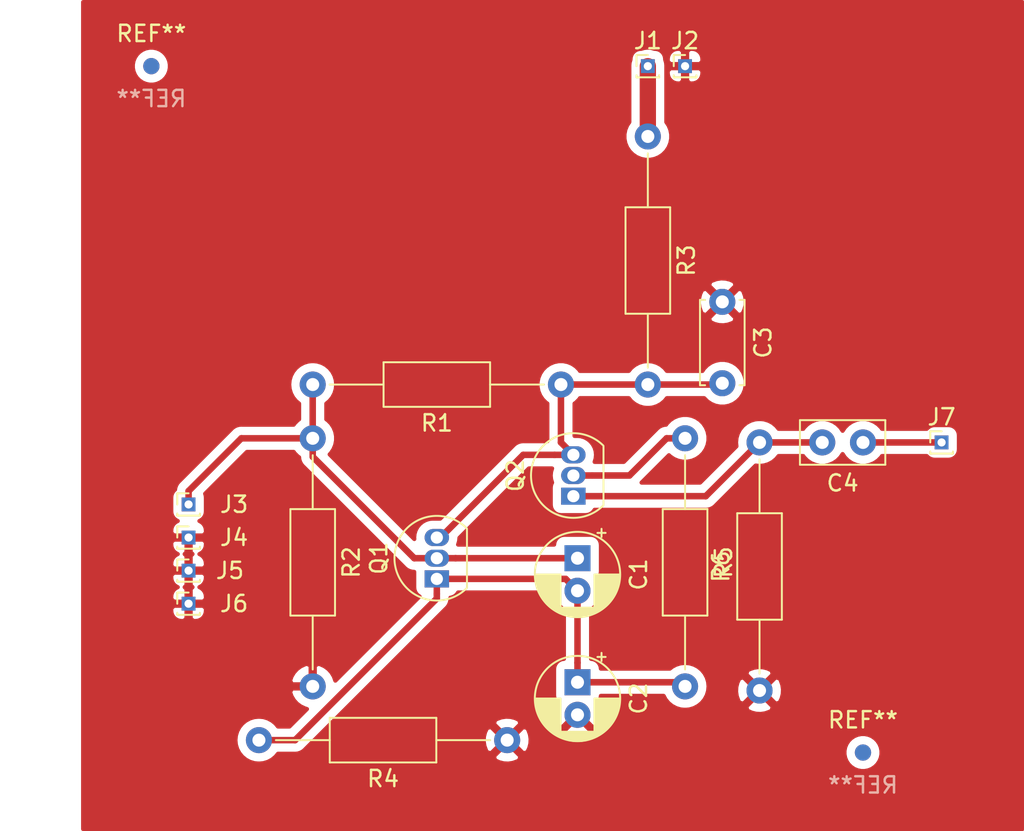
<source format=kicad_pcb>
(kicad_pcb (version 20171130) (host pcbnew "(5.1.2)-1")

  (general
    (thickness 1.6)
    (drawings 0)
    (tracks 37)
    (zones 0)
    (modules 23)
    (nets 9)
  )

  (page A4)
  (layers
    (0 F.Cu signal)
    (31 B.Cu signal)
    (32 B.Adhes user)
    (33 F.Adhes user)
    (34 B.Paste user)
    (35 F.Paste user)
    (36 B.SilkS user)
    (37 F.SilkS user)
    (38 B.Mask user)
    (39 F.Mask user)
    (40 Dwgs.User user)
    (41 Cmts.User user)
    (42 Eco1.User user)
    (43 Eco2.User user)
    (44 Edge.Cuts user)
    (45 Margin user)
    (46 B.CrtYd user)
    (47 F.CrtYd user)
    (48 B.Fab user)
    (49 F.Fab user)
  )

  (setup
    (last_trace_width 0.4)
    (trace_clearance 0.2)
    (zone_clearance 0.508)
    (zone_45_only no)
    (trace_min 0.2)
    (via_size 0.8)
    (via_drill 0.4)
    (via_min_size 0.4)
    (via_min_drill 0.3)
    (uvia_size 0.3)
    (uvia_drill 0.1)
    (uvias_allowed no)
    (uvia_min_size 0.2)
    (uvia_min_drill 0.1)
    (edge_width 0.05)
    (segment_width 0.2)
    (pcb_text_width 0.3)
    (pcb_text_size 1.5 1.5)
    (mod_edge_width 0.12)
    (mod_text_size 1 1)
    (mod_text_width 0.15)
    (pad_size 1.524 1.524)
    (pad_drill 0.762)
    (pad_to_mask_clearance 0.051)
    (solder_mask_min_width 0.25)
    (aux_axis_origin 149.86 98.298)
    (visible_elements 7FFFFFFF)
    (pcbplotparams
      (layerselection 0x000c0_ffffffff)
      (usegerberextensions false)
      (usegerberattributes false)
      (usegerberadvancedattributes false)
      (creategerberjobfile false)
      (excludeedgelayer true)
      (linewidth 0.100000)
      (plotframeref false)
      (viasonmask false)
      (mode 1)
      (useauxorigin false)
      (hpglpennumber 1)
      (hpglpenspeed 20)
      (hpglpendiameter 15.000000)
      (psnegative true)
      (psa4output false)
      (plotreference true)
      (plotvalue true)
      (plotinvisibletext false)
      (padsonsilk false)
      (subtractmaskfromsilk false)
      (outputformat 4)
      (mirror false)
      (drillshape 0)
      (scaleselection 1)
      (outputdirectory "./"))
  )

  (net 0 "")
  (net 1 "Net-(C1-Pad1)")
  (net 2 "Net-(C1-Pad2)")
  (net 3 GND)
  (net 4 "Net-(C3-Pad2)")
  (net 5 "Net-(C4-Pad1)")
  (net 6 "Net-(C4-Pad2)")
  (net 7 +12V)
  (net 8 "Net-(Q2-Pad2)")

  (net_class Default "This is the default net class."
    (clearance 0.2)
    (trace_width 0.4)
    (via_dia 0.8)
    (via_drill 0.4)
    (uvia_dia 0.3)
    (uvia_drill 0.1)
    (add_net "Net-(C1-Pad1)")
    (add_net "Net-(C1-Pad2)")
    (add_net "Net-(C3-Pad2)")
    (add_net "Net-(C4-Pad1)")
    (add_net "Net-(C4-Pad2)")
    (add_net "Net-(Q2-Pad2)")
  )

  (net_class Power ""
    (clearance 0.5)
    (trace_width 1)
    (via_dia 0.8)
    (via_drill 0.4)
    (uvia_dia 0.3)
    (uvia_drill 0.1)
    (add_net +12V)
    (add_net GND)
  )

  (module Fiducial:Fiducial_1mm_Mask2mm (layer B.Cu) (tedit 5C18CB26) (tstamp 5CD83CA8)
    (at 197.866 93.472)
    (descr "Circular Fiducial, 1mm bare copper, 2mm soldermask opening (Level A)")
    (tags fiducial)
    (attr smd)
    (fp_text reference REF** (at 0 2) (layer B.SilkS)
      (effects (font (size 1 1) (thickness 0.15)) (justify mirror))
    )
    (fp_text value Fiducial_1mm_Mask2mm (at 0 -2) (layer B.Fab)
      (effects (font (size 1 1) (thickness 0.15)) (justify mirror))
    )
    (fp_circle (center 0 0) (end 1.25 0) (layer B.CrtYd) (width 0.05))
    (fp_text user %R (at 0 0) (layer B.Fab)
      (effects (font (size 0.4 0.4) (thickness 0.06)) (justify mirror))
    )
    (fp_circle (center 0 0) (end 1 0) (layer B.Fab) (width 0.1))
    (pad "" smd circle (at 0 0) (size 1 1) (layers B.Cu B.Mask)
      (solder_mask_margin 0.5) (clearance 0.5))
  )

  (module Fiducial:Fiducial_1mm_Mask2mm (layer B.Cu) (tedit 5C18CB26) (tstamp 5CD83C8B)
    (at 154.178 51.308)
    (descr "Circular Fiducial, 1mm bare copper, 2mm soldermask opening (Level A)")
    (tags fiducial)
    (attr smd)
    (fp_text reference REF** (at 0 2) (layer B.SilkS)
      (effects (font (size 1 1) (thickness 0.15)) (justify mirror))
    )
    (fp_text value Fiducial_1mm_Mask2mm (at 0 -2) (layer B.Fab)
      (effects (font (size 1 1) (thickness 0.15)) (justify mirror))
    )
    (fp_circle (center 0 0) (end 1 0) (layer B.Fab) (width 0.1))
    (fp_text user %R (at 0 0) (layer B.Fab)
      (effects (font (size 0.4 0.4) (thickness 0.06)) (justify mirror))
    )
    (fp_circle (center 0 0) (end 1.25 0) (layer B.CrtYd) (width 0.05))
    (pad "" smd circle (at 0 0) (size 1 1) (layers B.Cu B.Mask)
      (solder_mask_margin 0.5) (clearance 0.5))
  )

  (module Fiducial:Fiducial_1mm_Mask2mm (layer F.Cu) (tedit 5C18CB26) (tstamp 5CD83B41)
    (at 197.866 93.472)
    (descr "Circular Fiducial, 1mm bare copper, 2mm soldermask opening (Level A)")
    (tags fiducial)
    (attr smd)
    (fp_text reference REF** (at 0 -2) (layer F.SilkS)
      (effects (font (size 1 1) (thickness 0.15)))
    )
    (fp_text value Fiducial_1mm_Mask2mm (at 0 2) (layer F.Fab)
      (effects (font (size 1 1) (thickness 0.15)))
    )
    (fp_circle (center 0 0) (end 1 0) (layer F.Fab) (width 0.1))
    (fp_text user %R (at 0 0) (layer F.Fab)
      (effects (font (size 0.4 0.4) (thickness 0.06)))
    )
    (fp_circle (center 0 0) (end 1.25 0) (layer F.CrtYd) (width 0.05))
    (pad "" smd circle (at 0 0) (size 1 1) (layers F.Cu F.Mask)
      (solder_mask_margin 0.5) (clearance 0.5))
  )

  (module Fiducial:Fiducial_1mm_Mask2mm (layer F.Cu) (tedit 5C18CB26) (tstamp 5CD83B1C)
    (at 154.178 51.308)
    (descr "Circular Fiducial, 1mm bare copper, 2mm soldermask opening (Level A)")
    (tags fiducial)
    (attr smd)
    (fp_text reference REF** (at 0 -2) (layer F.SilkS)
      (effects (font (size 1 1) (thickness 0.15)))
    )
    (fp_text value Fiducial_1mm_Mask2mm (at 0 2) (layer F.Fab)
      (effects (font (size 1 1) (thickness 0.15)))
    )
    (fp_circle (center 0 0) (end 1.25 0) (layer F.CrtYd) (width 0.05))
    (fp_text user %R (at 0 0) (layer F.Fab)
      (effects (font (size 0.4 0.4) (thickness 0.06)))
    )
    (fp_circle (center 0 0) (end 1 0) (layer F.Fab) (width 0.1))
    (pad "" smd circle (at 0 0) (size 1 1) (layers F.Cu F.Mask)
      (solder_mask_margin 0.5) (clearance 0.5))
  )

  (module Capacitor_THT:CP_Radial_D5.0mm_P2.00mm (layer F.Cu) (tedit 5AE50EF0) (tstamp 5CD82C7C)
    (at 180.34 81.534 270)
    (descr "CP, Radial series, Radial, pin pitch=2.00mm, , diameter=5mm, Electrolytic Capacitor")
    (tags "CP Radial series Radial pin pitch 2.00mm  diameter 5mm Electrolytic Capacitor")
    (path /5CD83942)
    (fp_text reference C1 (at 1 -3.75 90) (layer F.SilkS)
      (effects (font (size 1 1) (thickness 0.15)))
    )
    (fp_text value 470pF (at 1 3.75 90) (layer F.Fab)
      (effects (font (size 1 1) (thickness 0.15)))
    )
    (fp_circle (center 1 0) (end 3.5 0) (layer F.Fab) (width 0.1))
    (fp_circle (center 1 0) (end 3.62 0) (layer F.SilkS) (width 0.12))
    (fp_circle (center 1 0) (end 3.75 0) (layer F.CrtYd) (width 0.05))
    (fp_line (start -1.133605 -1.0875) (end -0.633605 -1.0875) (layer F.Fab) (width 0.1))
    (fp_line (start -0.883605 -1.3375) (end -0.883605 -0.8375) (layer F.Fab) (width 0.1))
    (fp_line (start 1 1.04) (end 1 2.58) (layer F.SilkS) (width 0.12))
    (fp_line (start 1 -2.58) (end 1 -1.04) (layer F.SilkS) (width 0.12))
    (fp_line (start 1.04 1.04) (end 1.04 2.58) (layer F.SilkS) (width 0.12))
    (fp_line (start 1.04 -2.58) (end 1.04 -1.04) (layer F.SilkS) (width 0.12))
    (fp_line (start 1.08 -2.579) (end 1.08 -1.04) (layer F.SilkS) (width 0.12))
    (fp_line (start 1.08 1.04) (end 1.08 2.579) (layer F.SilkS) (width 0.12))
    (fp_line (start 1.12 -2.578) (end 1.12 -1.04) (layer F.SilkS) (width 0.12))
    (fp_line (start 1.12 1.04) (end 1.12 2.578) (layer F.SilkS) (width 0.12))
    (fp_line (start 1.16 -2.576) (end 1.16 -1.04) (layer F.SilkS) (width 0.12))
    (fp_line (start 1.16 1.04) (end 1.16 2.576) (layer F.SilkS) (width 0.12))
    (fp_line (start 1.2 -2.573) (end 1.2 -1.04) (layer F.SilkS) (width 0.12))
    (fp_line (start 1.2 1.04) (end 1.2 2.573) (layer F.SilkS) (width 0.12))
    (fp_line (start 1.24 -2.569) (end 1.24 -1.04) (layer F.SilkS) (width 0.12))
    (fp_line (start 1.24 1.04) (end 1.24 2.569) (layer F.SilkS) (width 0.12))
    (fp_line (start 1.28 -2.565) (end 1.28 -1.04) (layer F.SilkS) (width 0.12))
    (fp_line (start 1.28 1.04) (end 1.28 2.565) (layer F.SilkS) (width 0.12))
    (fp_line (start 1.32 -2.561) (end 1.32 -1.04) (layer F.SilkS) (width 0.12))
    (fp_line (start 1.32 1.04) (end 1.32 2.561) (layer F.SilkS) (width 0.12))
    (fp_line (start 1.36 -2.556) (end 1.36 -1.04) (layer F.SilkS) (width 0.12))
    (fp_line (start 1.36 1.04) (end 1.36 2.556) (layer F.SilkS) (width 0.12))
    (fp_line (start 1.4 -2.55) (end 1.4 -1.04) (layer F.SilkS) (width 0.12))
    (fp_line (start 1.4 1.04) (end 1.4 2.55) (layer F.SilkS) (width 0.12))
    (fp_line (start 1.44 -2.543) (end 1.44 -1.04) (layer F.SilkS) (width 0.12))
    (fp_line (start 1.44 1.04) (end 1.44 2.543) (layer F.SilkS) (width 0.12))
    (fp_line (start 1.48 -2.536) (end 1.48 -1.04) (layer F.SilkS) (width 0.12))
    (fp_line (start 1.48 1.04) (end 1.48 2.536) (layer F.SilkS) (width 0.12))
    (fp_line (start 1.52 -2.528) (end 1.52 -1.04) (layer F.SilkS) (width 0.12))
    (fp_line (start 1.52 1.04) (end 1.52 2.528) (layer F.SilkS) (width 0.12))
    (fp_line (start 1.56 -2.52) (end 1.56 -1.04) (layer F.SilkS) (width 0.12))
    (fp_line (start 1.56 1.04) (end 1.56 2.52) (layer F.SilkS) (width 0.12))
    (fp_line (start 1.6 -2.511) (end 1.6 -1.04) (layer F.SilkS) (width 0.12))
    (fp_line (start 1.6 1.04) (end 1.6 2.511) (layer F.SilkS) (width 0.12))
    (fp_line (start 1.64 -2.501) (end 1.64 -1.04) (layer F.SilkS) (width 0.12))
    (fp_line (start 1.64 1.04) (end 1.64 2.501) (layer F.SilkS) (width 0.12))
    (fp_line (start 1.68 -2.491) (end 1.68 -1.04) (layer F.SilkS) (width 0.12))
    (fp_line (start 1.68 1.04) (end 1.68 2.491) (layer F.SilkS) (width 0.12))
    (fp_line (start 1.721 -2.48) (end 1.721 -1.04) (layer F.SilkS) (width 0.12))
    (fp_line (start 1.721 1.04) (end 1.721 2.48) (layer F.SilkS) (width 0.12))
    (fp_line (start 1.761 -2.468) (end 1.761 -1.04) (layer F.SilkS) (width 0.12))
    (fp_line (start 1.761 1.04) (end 1.761 2.468) (layer F.SilkS) (width 0.12))
    (fp_line (start 1.801 -2.455) (end 1.801 -1.04) (layer F.SilkS) (width 0.12))
    (fp_line (start 1.801 1.04) (end 1.801 2.455) (layer F.SilkS) (width 0.12))
    (fp_line (start 1.841 -2.442) (end 1.841 -1.04) (layer F.SilkS) (width 0.12))
    (fp_line (start 1.841 1.04) (end 1.841 2.442) (layer F.SilkS) (width 0.12))
    (fp_line (start 1.881 -2.428) (end 1.881 -1.04) (layer F.SilkS) (width 0.12))
    (fp_line (start 1.881 1.04) (end 1.881 2.428) (layer F.SilkS) (width 0.12))
    (fp_line (start 1.921 -2.414) (end 1.921 -1.04) (layer F.SilkS) (width 0.12))
    (fp_line (start 1.921 1.04) (end 1.921 2.414) (layer F.SilkS) (width 0.12))
    (fp_line (start 1.961 -2.398) (end 1.961 -1.04) (layer F.SilkS) (width 0.12))
    (fp_line (start 1.961 1.04) (end 1.961 2.398) (layer F.SilkS) (width 0.12))
    (fp_line (start 2.001 -2.382) (end 2.001 -1.04) (layer F.SilkS) (width 0.12))
    (fp_line (start 2.001 1.04) (end 2.001 2.382) (layer F.SilkS) (width 0.12))
    (fp_line (start 2.041 -2.365) (end 2.041 -1.04) (layer F.SilkS) (width 0.12))
    (fp_line (start 2.041 1.04) (end 2.041 2.365) (layer F.SilkS) (width 0.12))
    (fp_line (start 2.081 -2.348) (end 2.081 -1.04) (layer F.SilkS) (width 0.12))
    (fp_line (start 2.081 1.04) (end 2.081 2.348) (layer F.SilkS) (width 0.12))
    (fp_line (start 2.121 -2.329) (end 2.121 -1.04) (layer F.SilkS) (width 0.12))
    (fp_line (start 2.121 1.04) (end 2.121 2.329) (layer F.SilkS) (width 0.12))
    (fp_line (start 2.161 -2.31) (end 2.161 -1.04) (layer F.SilkS) (width 0.12))
    (fp_line (start 2.161 1.04) (end 2.161 2.31) (layer F.SilkS) (width 0.12))
    (fp_line (start 2.201 -2.29) (end 2.201 -1.04) (layer F.SilkS) (width 0.12))
    (fp_line (start 2.201 1.04) (end 2.201 2.29) (layer F.SilkS) (width 0.12))
    (fp_line (start 2.241 -2.268) (end 2.241 -1.04) (layer F.SilkS) (width 0.12))
    (fp_line (start 2.241 1.04) (end 2.241 2.268) (layer F.SilkS) (width 0.12))
    (fp_line (start 2.281 -2.247) (end 2.281 -1.04) (layer F.SilkS) (width 0.12))
    (fp_line (start 2.281 1.04) (end 2.281 2.247) (layer F.SilkS) (width 0.12))
    (fp_line (start 2.321 -2.224) (end 2.321 -1.04) (layer F.SilkS) (width 0.12))
    (fp_line (start 2.321 1.04) (end 2.321 2.224) (layer F.SilkS) (width 0.12))
    (fp_line (start 2.361 -2.2) (end 2.361 -1.04) (layer F.SilkS) (width 0.12))
    (fp_line (start 2.361 1.04) (end 2.361 2.2) (layer F.SilkS) (width 0.12))
    (fp_line (start 2.401 -2.175) (end 2.401 -1.04) (layer F.SilkS) (width 0.12))
    (fp_line (start 2.401 1.04) (end 2.401 2.175) (layer F.SilkS) (width 0.12))
    (fp_line (start 2.441 -2.149) (end 2.441 -1.04) (layer F.SilkS) (width 0.12))
    (fp_line (start 2.441 1.04) (end 2.441 2.149) (layer F.SilkS) (width 0.12))
    (fp_line (start 2.481 -2.122) (end 2.481 -1.04) (layer F.SilkS) (width 0.12))
    (fp_line (start 2.481 1.04) (end 2.481 2.122) (layer F.SilkS) (width 0.12))
    (fp_line (start 2.521 -2.095) (end 2.521 -1.04) (layer F.SilkS) (width 0.12))
    (fp_line (start 2.521 1.04) (end 2.521 2.095) (layer F.SilkS) (width 0.12))
    (fp_line (start 2.561 -2.065) (end 2.561 -1.04) (layer F.SilkS) (width 0.12))
    (fp_line (start 2.561 1.04) (end 2.561 2.065) (layer F.SilkS) (width 0.12))
    (fp_line (start 2.601 -2.035) (end 2.601 -1.04) (layer F.SilkS) (width 0.12))
    (fp_line (start 2.601 1.04) (end 2.601 2.035) (layer F.SilkS) (width 0.12))
    (fp_line (start 2.641 -2.004) (end 2.641 -1.04) (layer F.SilkS) (width 0.12))
    (fp_line (start 2.641 1.04) (end 2.641 2.004) (layer F.SilkS) (width 0.12))
    (fp_line (start 2.681 -1.971) (end 2.681 -1.04) (layer F.SilkS) (width 0.12))
    (fp_line (start 2.681 1.04) (end 2.681 1.971) (layer F.SilkS) (width 0.12))
    (fp_line (start 2.721 -1.937) (end 2.721 -1.04) (layer F.SilkS) (width 0.12))
    (fp_line (start 2.721 1.04) (end 2.721 1.937) (layer F.SilkS) (width 0.12))
    (fp_line (start 2.761 -1.901) (end 2.761 -1.04) (layer F.SilkS) (width 0.12))
    (fp_line (start 2.761 1.04) (end 2.761 1.901) (layer F.SilkS) (width 0.12))
    (fp_line (start 2.801 -1.864) (end 2.801 -1.04) (layer F.SilkS) (width 0.12))
    (fp_line (start 2.801 1.04) (end 2.801 1.864) (layer F.SilkS) (width 0.12))
    (fp_line (start 2.841 -1.826) (end 2.841 -1.04) (layer F.SilkS) (width 0.12))
    (fp_line (start 2.841 1.04) (end 2.841 1.826) (layer F.SilkS) (width 0.12))
    (fp_line (start 2.881 -1.785) (end 2.881 -1.04) (layer F.SilkS) (width 0.12))
    (fp_line (start 2.881 1.04) (end 2.881 1.785) (layer F.SilkS) (width 0.12))
    (fp_line (start 2.921 -1.743) (end 2.921 -1.04) (layer F.SilkS) (width 0.12))
    (fp_line (start 2.921 1.04) (end 2.921 1.743) (layer F.SilkS) (width 0.12))
    (fp_line (start 2.961 -1.699) (end 2.961 -1.04) (layer F.SilkS) (width 0.12))
    (fp_line (start 2.961 1.04) (end 2.961 1.699) (layer F.SilkS) (width 0.12))
    (fp_line (start 3.001 -1.653) (end 3.001 -1.04) (layer F.SilkS) (width 0.12))
    (fp_line (start 3.001 1.04) (end 3.001 1.653) (layer F.SilkS) (width 0.12))
    (fp_line (start 3.041 -1.605) (end 3.041 1.605) (layer F.SilkS) (width 0.12))
    (fp_line (start 3.081 -1.554) (end 3.081 1.554) (layer F.SilkS) (width 0.12))
    (fp_line (start 3.121 -1.5) (end 3.121 1.5) (layer F.SilkS) (width 0.12))
    (fp_line (start 3.161 -1.443) (end 3.161 1.443) (layer F.SilkS) (width 0.12))
    (fp_line (start 3.201 -1.383) (end 3.201 1.383) (layer F.SilkS) (width 0.12))
    (fp_line (start 3.241 -1.319) (end 3.241 1.319) (layer F.SilkS) (width 0.12))
    (fp_line (start 3.281 -1.251) (end 3.281 1.251) (layer F.SilkS) (width 0.12))
    (fp_line (start 3.321 -1.178) (end 3.321 1.178) (layer F.SilkS) (width 0.12))
    (fp_line (start 3.361 -1.098) (end 3.361 1.098) (layer F.SilkS) (width 0.12))
    (fp_line (start 3.401 -1.011) (end 3.401 1.011) (layer F.SilkS) (width 0.12))
    (fp_line (start 3.441 -0.915) (end 3.441 0.915) (layer F.SilkS) (width 0.12))
    (fp_line (start 3.481 -0.805) (end 3.481 0.805) (layer F.SilkS) (width 0.12))
    (fp_line (start 3.521 -0.677) (end 3.521 0.677) (layer F.SilkS) (width 0.12))
    (fp_line (start 3.561 -0.518) (end 3.561 0.518) (layer F.SilkS) (width 0.12))
    (fp_line (start 3.601 -0.284) (end 3.601 0.284) (layer F.SilkS) (width 0.12))
    (fp_line (start -1.804775 -1.475) (end -1.304775 -1.475) (layer F.SilkS) (width 0.12))
    (fp_line (start -1.554775 -1.725) (end -1.554775 -1.225) (layer F.SilkS) (width 0.12))
    (fp_text user %R (at 1 0 90) (layer F.Fab)
      (effects (font (size 1 1) (thickness 0.15)))
    )
    (pad 1 thru_hole rect (at 0 0 270) (size 1.6 1.6) (drill 0.8) (layers *.Cu *.Mask)
      (net 1 "Net-(C1-Pad1)"))
    (pad 2 thru_hole circle (at 2 0 270) (size 1.6 1.6) (drill 0.8) (layers *.Cu *.Mask)
      (net 2 "Net-(C1-Pad2)"))
    (model ${KISYS3DMOD}/Capacitor_THT.3dshapes/CP_Radial_D5.0mm_P2.00mm.wrl
      (at (xyz 0 0 0))
      (scale (xyz 1 1 1))
      (rotate (xyz 0 0 0))
    )
  )

  (module Capacitor_THT:CP_Radial_D5.0mm_P2.00mm (layer F.Cu) (tedit 5AE50EF0) (tstamp 5CD82CFF)
    (at 180.34 89.154 270)
    (descr "CP, Radial series, Radial, pin pitch=2.00mm, , diameter=5mm, Electrolytic Capacitor")
    (tags "CP Radial series Radial pin pitch 2.00mm  diameter 5mm Electrolytic Capacitor")
    (path /5CD8154D)
    (fp_text reference C2 (at 1 -3.75 90) (layer F.SilkS)
      (effects (font (size 1 1) (thickness 0.15)))
    )
    (fp_text value 470pF (at 1 3.75 90) (layer F.Fab)
      (effects (font (size 1 1) (thickness 0.15)))
    )
    (fp_text user %R (at 1 0 90) (layer F.Fab)
      (effects (font (size 1 1) (thickness 0.15)))
    )
    (fp_line (start -1.554775 -1.725) (end -1.554775 -1.225) (layer F.SilkS) (width 0.12))
    (fp_line (start -1.804775 -1.475) (end -1.304775 -1.475) (layer F.SilkS) (width 0.12))
    (fp_line (start 3.601 -0.284) (end 3.601 0.284) (layer F.SilkS) (width 0.12))
    (fp_line (start 3.561 -0.518) (end 3.561 0.518) (layer F.SilkS) (width 0.12))
    (fp_line (start 3.521 -0.677) (end 3.521 0.677) (layer F.SilkS) (width 0.12))
    (fp_line (start 3.481 -0.805) (end 3.481 0.805) (layer F.SilkS) (width 0.12))
    (fp_line (start 3.441 -0.915) (end 3.441 0.915) (layer F.SilkS) (width 0.12))
    (fp_line (start 3.401 -1.011) (end 3.401 1.011) (layer F.SilkS) (width 0.12))
    (fp_line (start 3.361 -1.098) (end 3.361 1.098) (layer F.SilkS) (width 0.12))
    (fp_line (start 3.321 -1.178) (end 3.321 1.178) (layer F.SilkS) (width 0.12))
    (fp_line (start 3.281 -1.251) (end 3.281 1.251) (layer F.SilkS) (width 0.12))
    (fp_line (start 3.241 -1.319) (end 3.241 1.319) (layer F.SilkS) (width 0.12))
    (fp_line (start 3.201 -1.383) (end 3.201 1.383) (layer F.SilkS) (width 0.12))
    (fp_line (start 3.161 -1.443) (end 3.161 1.443) (layer F.SilkS) (width 0.12))
    (fp_line (start 3.121 -1.5) (end 3.121 1.5) (layer F.SilkS) (width 0.12))
    (fp_line (start 3.081 -1.554) (end 3.081 1.554) (layer F.SilkS) (width 0.12))
    (fp_line (start 3.041 -1.605) (end 3.041 1.605) (layer F.SilkS) (width 0.12))
    (fp_line (start 3.001 1.04) (end 3.001 1.653) (layer F.SilkS) (width 0.12))
    (fp_line (start 3.001 -1.653) (end 3.001 -1.04) (layer F.SilkS) (width 0.12))
    (fp_line (start 2.961 1.04) (end 2.961 1.699) (layer F.SilkS) (width 0.12))
    (fp_line (start 2.961 -1.699) (end 2.961 -1.04) (layer F.SilkS) (width 0.12))
    (fp_line (start 2.921 1.04) (end 2.921 1.743) (layer F.SilkS) (width 0.12))
    (fp_line (start 2.921 -1.743) (end 2.921 -1.04) (layer F.SilkS) (width 0.12))
    (fp_line (start 2.881 1.04) (end 2.881 1.785) (layer F.SilkS) (width 0.12))
    (fp_line (start 2.881 -1.785) (end 2.881 -1.04) (layer F.SilkS) (width 0.12))
    (fp_line (start 2.841 1.04) (end 2.841 1.826) (layer F.SilkS) (width 0.12))
    (fp_line (start 2.841 -1.826) (end 2.841 -1.04) (layer F.SilkS) (width 0.12))
    (fp_line (start 2.801 1.04) (end 2.801 1.864) (layer F.SilkS) (width 0.12))
    (fp_line (start 2.801 -1.864) (end 2.801 -1.04) (layer F.SilkS) (width 0.12))
    (fp_line (start 2.761 1.04) (end 2.761 1.901) (layer F.SilkS) (width 0.12))
    (fp_line (start 2.761 -1.901) (end 2.761 -1.04) (layer F.SilkS) (width 0.12))
    (fp_line (start 2.721 1.04) (end 2.721 1.937) (layer F.SilkS) (width 0.12))
    (fp_line (start 2.721 -1.937) (end 2.721 -1.04) (layer F.SilkS) (width 0.12))
    (fp_line (start 2.681 1.04) (end 2.681 1.971) (layer F.SilkS) (width 0.12))
    (fp_line (start 2.681 -1.971) (end 2.681 -1.04) (layer F.SilkS) (width 0.12))
    (fp_line (start 2.641 1.04) (end 2.641 2.004) (layer F.SilkS) (width 0.12))
    (fp_line (start 2.641 -2.004) (end 2.641 -1.04) (layer F.SilkS) (width 0.12))
    (fp_line (start 2.601 1.04) (end 2.601 2.035) (layer F.SilkS) (width 0.12))
    (fp_line (start 2.601 -2.035) (end 2.601 -1.04) (layer F.SilkS) (width 0.12))
    (fp_line (start 2.561 1.04) (end 2.561 2.065) (layer F.SilkS) (width 0.12))
    (fp_line (start 2.561 -2.065) (end 2.561 -1.04) (layer F.SilkS) (width 0.12))
    (fp_line (start 2.521 1.04) (end 2.521 2.095) (layer F.SilkS) (width 0.12))
    (fp_line (start 2.521 -2.095) (end 2.521 -1.04) (layer F.SilkS) (width 0.12))
    (fp_line (start 2.481 1.04) (end 2.481 2.122) (layer F.SilkS) (width 0.12))
    (fp_line (start 2.481 -2.122) (end 2.481 -1.04) (layer F.SilkS) (width 0.12))
    (fp_line (start 2.441 1.04) (end 2.441 2.149) (layer F.SilkS) (width 0.12))
    (fp_line (start 2.441 -2.149) (end 2.441 -1.04) (layer F.SilkS) (width 0.12))
    (fp_line (start 2.401 1.04) (end 2.401 2.175) (layer F.SilkS) (width 0.12))
    (fp_line (start 2.401 -2.175) (end 2.401 -1.04) (layer F.SilkS) (width 0.12))
    (fp_line (start 2.361 1.04) (end 2.361 2.2) (layer F.SilkS) (width 0.12))
    (fp_line (start 2.361 -2.2) (end 2.361 -1.04) (layer F.SilkS) (width 0.12))
    (fp_line (start 2.321 1.04) (end 2.321 2.224) (layer F.SilkS) (width 0.12))
    (fp_line (start 2.321 -2.224) (end 2.321 -1.04) (layer F.SilkS) (width 0.12))
    (fp_line (start 2.281 1.04) (end 2.281 2.247) (layer F.SilkS) (width 0.12))
    (fp_line (start 2.281 -2.247) (end 2.281 -1.04) (layer F.SilkS) (width 0.12))
    (fp_line (start 2.241 1.04) (end 2.241 2.268) (layer F.SilkS) (width 0.12))
    (fp_line (start 2.241 -2.268) (end 2.241 -1.04) (layer F.SilkS) (width 0.12))
    (fp_line (start 2.201 1.04) (end 2.201 2.29) (layer F.SilkS) (width 0.12))
    (fp_line (start 2.201 -2.29) (end 2.201 -1.04) (layer F.SilkS) (width 0.12))
    (fp_line (start 2.161 1.04) (end 2.161 2.31) (layer F.SilkS) (width 0.12))
    (fp_line (start 2.161 -2.31) (end 2.161 -1.04) (layer F.SilkS) (width 0.12))
    (fp_line (start 2.121 1.04) (end 2.121 2.329) (layer F.SilkS) (width 0.12))
    (fp_line (start 2.121 -2.329) (end 2.121 -1.04) (layer F.SilkS) (width 0.12))
    (fp_line (start 2.081 1.04) (end 2.081 2.348) (layer F.SilkS) (width 0.12))
    (fp_line (start 2.081 -2.348) (end 2.081 -1.04) (layer F.SilkS) (width 0.12))
    (fp_line (start 2.041 1.04) (end 2.041 2.365) (layer F.SilkS) (width 0.12))
    (fp_line (start 2.041 -2.365) (end 2.041 -1.04) (layer F.SilkS) (width 0.12))
    (fp_line (start 2.001 1.04) (end 2.001 2.382) (layer F.SilkS) (width 0.12))
    (fp_line (start 2.001 -2.382) (end 2.001 -1.04) (layer F.SilkS) (width 0.12))
    (fp_line (start 1.961 1.04) (end 1.961 2.398) (layer F.SilkS) (width 0.12))
    (fp_line (start 1.961 -2.398) (end 1.961 -1.04) (layer F.SilkS) (width 0.12))
    (fp_line (start 1.921 1.04) (end 1.921 2.414) (layer F.SilkS) (width 0.12))
    (fp_line (start 1.921 -2.414) (end 1.921 -1.04) (layer F.SilkS) (width 0.12))
    (fp_line (start 1.881 1.04) (end 1.881 2.428) (layer F.SilkS) (width 0.12))
    (fp_line (start 1.881 -2.428) (end 1.881 -1.04) (layer F.SilkS) (width 0.12))
    (fp_line (start 1.841 1.04) (end 1.841 2.442) (layer F.SilkS) (width 0.12))
    (fp_line (start 1.841 -2.442) (end 1.841 -1.04) (layer F.SilkS) (width 0.12))
    (fp_line (start 1.801 1.04) (end 1.801 2.455) (layer F.SilkS) (width 0.12))
    (fp_line (start 1.801 -2.455) (end 1.801 -1.04) (layer F.SilkS) (width 0.12))
    (fp_line (start 1.761 1.04) (end 1.761 2.468) (layer F.SilkS) (width 0.12))
    (fp_line (start 1.761 -2.468) (end 1.761 -1.04) (layer F.SilkS) (width 0.12))
    (fp_line (start 1.721 1.04) (end 1.721 2.48) (layer F.SilkS) (width 0.12))
    (fp_line (start 1.721 -2.48) (end 1.721 -1.04) (layer F.SilkS) (width 0.12))
    (fp_line (start 1.68 1.04) (end 1.68 2.491) (layer F.SilkS) (width 0.12))
    (fp_line (start 1.68 -2.491) (end 1.68 -1.04) (layer F.SilkS) (width 0.12))
    (fp_line (start 1.64 1.04) (end 1.64 2.501) (layer F.SilkS) (width 0.12))
    (fp_line (start 1.64 -2.501) (end 1.64 -1.04) (layer F.SilkS) (width 0.12))
    (fp_line (start 1.6 1.04) (end 1.6 2.511) (layer F.SilkS) (width 0.12))
    (fp_line (start 1.6 -2.511) (end 1.6 -1.04) (layer F.SilkS) (width 0.12))
    (fp_line (start 1.56 1.04) (end 1.56 2.52) (layer F.SilkS) (width 0.12))
    (fp_line (start 1.56 -2.52) (end 1.56 -1.04) (layer F.SilkS) (width 0.12))
    (fp_line (start 1.52 1.04) (end 1.52 2.528) (layer F.SilkS) (width 0.12))
    (fp_line (start 1.52 -2.528) (end 1.52 -1.04) (layer F.SilkS) (width 0.12))
    (fp_line (start 1.48 1.04) (end 1.48 2.536) (layer F.SilkS) (width 0.12))
    (fp_line (start 1.48 -2.536) (end 1.48 -1.04) (layer F.SilkS) (width 0.12))
    (fp_line (start 1.44 1.04) (end 1.44 2.543) (layer F.SilkS) (width 0.12))
    (fp_line (start 1.44 -2.543) (end 1.44 -1.04) (layer F.SilkS) (width 0.12))
    (fp_line (start 1.4 1.04) (end 1.4 2.55) (layer F.SilkS) (width 0.12))
    (fp_line (start 1.4 -2.55) (end 1.4 -1.04) (layer F.SilkS) (width 0.12))
    (fp_line (start 1.36 1.04) (end 1.36 2.556) (layer F.SilkS) (width 0.12))
    (fp_line (start 1.36 -2.556) (end 1.36 -1.04) (layer F.SilkS) (width 0.12))
    (fp_line (start 1.32 1.04) (end 1.32 2.561) (layer F.SilkS) (width 0.12))
    (fp_line (start 1.32 -2.561) (end 1.32 -1.04) (layer F.SilkS) (width 0.12))
    (fp_line (start 1.28 1.04) (end 1.28 2.565) (layer F.SilkS) (width 0.12))
    (fp_line (start 1.28 -2.565) (end 1.28 -1.04) (layer F.SilkS) (width 0.12))
    (fp_line (start 1.24 1.04) (end 1.24 2.569) (layer F.SilkS) (width 0.12))
    (fp_line (start 1.24 -2.569) (end 1.24 -1.04) (layer F.SilkS) (width 0.12))
    (fp_line (start 1.2 1.04) (end 1.2 2.573) (layer F.SilkS) (width 0.12))
    (fp_line (start 1.2 -2.573) (end 1.2 -1.04) (layer F.SilkS) (width 0.12))
    (fp_line (start 1.16 1.04) (end 1.16 2.576) (layer F.SilkS) (width 0.12))
    (fp_line (start 1.16 -2.576) (end 1.16 -1.04) (layer F.SilkS) (width 0.12))
    (fp_line (start 1.12 1.04) (end 1.12 2.578) (layer F.SilkS) (width 0.12))
    (fp_line (start 1.12 -2.578) (end 1.12 -1.04) (layer F.SilkS) (width 0.12))
    (fp_line (start 1.08 1.04) (end 1.08 2.579) (layer F.SilkS) (width 0.12))
    (fp_line (start 1.08 -2.579) (end 1.08 -1.04) (layer F.SilkS) (width 0.12))
    (fp_line (start 1.04 -2.58) (end 1.04 -1.04) (layer F.SilkS) (width 0.12))
    (fp_line (start 1.04 1.04) (end 1.04 2.58) (layer F.SilkS) (width 0.12))
    (fp_line (start 1 -2.58) (end 1 -1.04) (layer F.SilkS) (width 0.12))
    (fp_line (start 1 1.04) (end 1 2.58) (layer F.SilkS) (width 0.12))
    (fp_line (start -0.883605 -1.3375) (end -0.883605 -0.8375) (layer F.Fab) (width 0.1))
    (fp_line (start -1.133605 -1.0875) (end -0.633605 -1.0875) (layer F.Fab) (width 0.1))
    (fp_circle (center 1 0) (end 3.75 0) (layer F.CrtYd) (width 0.05))
    (fp_circle (center 1 0) (end 3.62 0) (layer F.SilkS) (width 0.12))
    (fp_circle (center 1 0) (end 3.5 0) (layer F.Fab) (width 0.1))
    (pad 2 thru_hole circle (at 2 0 270) (size 1.6 1.6) (drill 0.8) (layers *.Cu *.Mask)
      (net 3 GND))
    (pad 1 thru_hole rect (at 0 0 270) (size 1.6 1.6) (drill 0.8) (layers *.Cu *.Mask)
      (net 2 "Net-(C1-Pad2)"))
    (model ${KISYS3DMOD}/Capacitor_THT.3dshapes/CP_Radial_D5.0mm_P2.00mm.wrl
      (at (xyz 0 0 0))
      (scale (xyz 1 1 1))
      (rotate (xyz 0 0 0))
    )
  )

  (module Capacitor_THT:C_Disc_D5.0mm_W2.5mm_P5.00mm (layer F.Cu) (tedit 5AE50EF0) (tstamp 5CD82D14)
    (at 189.23 65.786 270)
    (descr "C, Disc series, Radial, pin pitch=5.00mm, , diameter*width=5*2.5mm^2, Capacitor, http://cdn-reichelt.de/documents/datenblatt/B300/DS_KERKO_TC.pdf")
    (tags "C Disc series Radial pin pitch 5.00mm  diameter 5mm width 2.5mm Capacitor")
    (path /5CD83DF9)
    (fp_text reference C3 (at 2.5 -2.5 90) (layer F.SilkS)
      (effects (font (size 1 1) (thickness 0.15)))
    )
    (fp_text value 10nF (at 2.5 2.5 90) (layer F.Fab)
      (effects (font (size 1 1) (thickness 0.15)))
    )
    (fp_line (start 0 -1.25) (end 0 1.25) (layer F.Fab) (width 0.1))
    (fp_line (start 0 1.25) (end 5 1.25) (layer F.Fab) (width 0.1))
    (fp_line (start 5 1.25) (end 5 -1.25) (layer F.Fab) (width 0.1))
    (fp_line (start 5 -1.25) (end 0 -1.25) (layer F.Fab) (width 0.1))
    (fp_line (start -0.12 -1.37) (end 5.12 -1.37) (layer F.SilkS) (width 0.12))
    (fp_line (start -0.12 1.37) (end 5.12 1.37) (layer F.SilkS) (width 0.12))
    (fp_line (start -0.12 -1.37) (end -0.12 -1.055) (layer F.SilkS) (width 0.12))
    (fp_line (start -0.12 1.055) (end -0.12 1.37) (layer F.SilkS) (width 0.12))
    (fp_line (start 5.12 -1.37) (end 5.12 -1.055) (layer F.SilkS) (width 0.12))
    (fp_line (start 5.12 1.055) (end 5.12 1.37) (layer F.SilkS) (width 0.12))
    (fp_line (start -1.05 -1.5) (end -1.05 1.5) (layer F.CrtYd) (width 0.05))
    (fp_line (start -1.05 1.5) (end 6.05 1.5) (layer F.CrtYd) (width 0.05))
    (fp_line (start 6.05 1.5) (end 6.05 -1.5) (layer F.CrtYd) (width 0.05))
    (fp_line (start 6.05 -1.5) (end -1.05 -1.5) (layer F.CrtYd) (width 0.05))
    (fp_text user %R (at 1.210999 0.816999 90) (layer F.Fab)
      (effects (font (size 1 1) (thickness 0.15)))
    )
    (pad 1 thru_hole circle (at 0 0 270) (size 1.6 1.6) (drill 0.8) (layers *.Cu *.Mask)
      (net 3 GND))
    (pad 2 thru_hole circle (at 5 0 270) (size 1.6 1.6) (drill 0.8) (layers *.Cu *.Mask)
      (net 4 "Net-(C3-Pad2)"))
    (model ${KISYS3DMOD}/Capacitor_THT.3dshapes/C_Disc_D5.0mm_W2.5mm_P5.00mm.wrl
      (at (xyz 0 0 0))
      (scale (xyz 1 1 1))
      (rotate (xyz 0 0 0))
    )
  )

  (module Capacitor_THT:C_Disc_D5.0mm_W2.5mm_P2.50mm (layer F.Cu) (tedit 5AE50EF0) (tstamp 5CD82D27)
    (at 197.866 74.422 180)
    (descr "C, Disc series, Radial, pin pitch=2.50mm, , diameter*width=5*2.5mm^2, Capacitor, http://cdn-reichelt.de/documents/datenblatt/B300/DS_KERKO_TC.pdf")
    (tags "C Disc series Radial pin pitch 2.50mm  diameter 5mm width 2.5mm Capacitor")
    (path /5CD8252F)
    (fp_text reference C4 (at 1.25 -2.5) (layer F.SilkS)
      (effects (font (size 1 1) (thickness 0.15)))
    )
    (fp_text value 10nF (at 1.25 2.5) (layer F.Fab)
      (effects (font (size 1 1) (thickness 0.15)))
    )
    (fp_line (start -1.25 -1.25) (end -1.25 1.25) (layer F.Fab) (width 0.1))
    (fp_line (start -1.25 1.25) (end 3.75 1.25) (layer F.Fab) (width 0.1))
    (fp_line (start 3.75 1.25) (end 3.75 -1.25) (layer F.Fab) (width 0.1))
    (fp_line (start 3.75 -1.25) (end -1.25 -1.25) (layer F.Fab) (width 0.1))
    (fp_line (start -1.37 -1.37) (end 3.87 -1.37) (layer F.SilkS) (width 0.12))
    (fp_line (start -1.37 1.37) (end 3.87 1.37) (layer F.SilkS) (width 0.12))
    (fp_line (start -1.37 -1.37) (end -1.37 1.37) (layer F.SilkS) (width 0.12))
    (fp_line (start 3.87 -1.37) (end 3.87 1.37) (layer F.SilkS) (width 0.12))
    (fp_line (start -1.5 -1.5) (end -1.5 1.5) (layer F.CrtYd) (width 0.05))
    (fp_line (start -1.5 1.5) (end 4 1.5) (layer F.CrtYd) (width 0.05))
    (fp_line (start 4 1.5) (end 4 -1.5) (layer F.CrtYd) (width 0.05))
    (fp_line (start 4 -1.5) (end -1.5 -1.5) (layer F.CrtYd) (width 0.05))
    (fp_text user %R (at 1.25 0) (layer F.Fab)
      (effects (font (size 1 1) (thickness 0.15)))
    )
    (pad 1 thru_hole circle (at 0 0 180) (size 1.6 1.6) (drill 0.8) (layers *.Cu *.Mask)
      (net 5 "Net-(C4-Pad1)"))
    (pad 2 thru_hole circle (at 2.5 0 180) (size 1.6 1.6) (drill 0.8) (layers *.Cu *.Mask)
      (net 6 "Net-(C4-Pad2)"))
    (model ${KISYS3DMOD}/Capacitor_THT.3dshapes/C_Disc_D5.0mm_W2.5mm_P2.50mm.wrl
      (at (xyz 0 0 0))
      (scale (xyz 1 1 1))
      (rotate (xyz 0 0 0))
    )
  )

  (module Connector_PinHeader_1.00mm:PinHeader_1x01_P1.00mm_Vertical (layer F.Cu) (tedit 59FED738) (tstamp 5CD82D3D)
    (at 184.658 51.308)
    (descr "Through hole straight pin header, 1x01, 1.00mm pitch, single row")
    (tags "Through hole pin header THT 1x01 1.00mm single row")
    (path /5CDA0AFC)
    (fp_text reference J1 (at 0 -1.56) (layer F.SilkS)
      (effects (font (size 1 1) (thickness 0.15)))
    )
    (fp_text value 3-12V (at -4.064 0) (layer F.Fab)
      (effects (font (size 1 1) (thickness 0.15)))
    )
    (fp_text user %R (at 0 0 90) (layer F.Fab)
      (effects (font (size 0.76 0.76) (thickness 0.114)))
    )
    (fp_line (start 1.15 -1) (end -1.15 -1) (layer F.CrtYd) (width 0.05))
    (fp_line (start 1.15 1) (end 1.15 -1) (layer F.CrtYd) (width 0.05))
    (fp_line (start -1.15 1) (end 1.15 1) (layer F.CrtYd) (width 0.05))
    (fp_line (start -1.15 -1) (end -1.15 1) (layer F.CrtYd) (width 0.05))
    (fp_line (start -0.695 -0.685) (end 0 -0.685) (layer F.SilkS) (width 0.12))
    (fp_line (start -0.695 0) (end -0.695 -0.685) (layer F.SilkS) (width 0.12))
    (fp_line (start 0.608276 0.685) (end 0.695 0.685) (layer F.SilkS) (width 0.12))
    (fp_line (start -0.695 0.685) (end -0.608276 0.685) (layer F.SilkS) (width 0.12))
    (fp_line (start 0.695 0.685) (end 0.695 0.56) (layer F.SilkS) (width 0.12))
    (fp_line (start -0.695 0.685) (end -0.695 0.56) (layer F.SilkS) (width 0.12))
    (fp_line (start -0.695 0.685) (end 0.695 0.685) (layer F.SilkS) (width 0.12))
    (fp_line (start -0.635 -0.1825) (end -0.3175 -0.5) (layer F.Fab) (width 0.1))
    (fp_line (start -0.635 0.5) (end -0.635 -0.1825) (layer F.Fab) (width 0.1))
    (fp_line (start 0.635 0.5) (end -0.635 0.5) (layer F.Fab) (width 0.1))
    (fp_line (start 0.635 -0.5) (end 0.635 0.5) (layer F.Fab) (width 0.1))
    (fp_line (start -0.3175 -0.5) (end 0.635 -0.5) (layer F.Fab) (width 0.1))
    (pad 1 thru_hole rect (at 0 0) (size 0.85 0.85) (drill 0.5) (layers *.Cu *.Mask)
      (net 7 +12V))
    (model ${KISYS3DMOD}/Connector_PinHeader_1.00mm.3dshapes/PinHeader_1x01_P1.00mm_Vertical.wrl
      (at (xyz 0 0 0))
      (scale (xyz 1 1 1))
      (rotate (xyz 0 0 0))
    )
  )

  (module Connector_PinHeader_1.00mm:PinHeader_1x01_P1.00mm_Vertical (layer F.Cu) (tedit 59FED738) (tstamp 5CD8520E)
    (at 186.944 51.308)
    (descr "Through hole straight pin header, 1x01, 1.00mm pitch, single row")
    (tags "Through hole pin header THT 1x01 1.00mm single row")
    (path /5CDA12A6)
    (fp_text reference J2 (at 0 -1.56) (layer F.SilkS)
      (effects (font (size 1 1) (thickness 0.15)))
    )
    (fp_text value GND (at 3.048 0) (layer F.Fab)
      (effects (font (size 1 1) (thickness 0.15)))
    )
    (fp_line (start -0.3175 -0.5) (end 0.635 -0.5) (layer F.Fab) (width 0.1))
    (fp_line (start 0.635 -0.5) (end 0.635 0.5) (layer F.Fab) (width 0.1))
    (fp_line (start 0.635 0.5) (end -0.635 0.5) (layer F.Fab) (width 0.1))
    (fp_line (start -0.635 0.5) (end -0.635 -0.1825) (layer F.Fab) (width 0.1))
    (fp_line (start -0.635 -0.1825) (end -0.3175 -0.5) (layer F.Fab) (width 0.1))
    (fp_line (start -0.695 0.685) (end 0.695 0.685) (layer F.SilkS) (width 0.12))
    (fp_line (start -0.695 0.685) (end -0.695 0.56) (layer F.SilkS) (width 0.12))
    (fp_line (start 0.695 0.685) (end 0.695 0.56) (layer F.SilkS) (width 0.12))
    (fp_line (start -0.695 0.685) (end -0.608276 0.685) (layer F.SilkS) (width 0.12))
    (fp_line (start 0.608276 0.685) (end 0.695 0.685) (layer F.SilkS) (width 0.12))
    (fp_line (start -0.695 0) (end -0.695 -0.685) (layer F.SilkS) (width 0.12))
    (fp_line (start -0.695 -0.685) (end 0 -0.685) (layer F.SilkS) (width 0.12))
    (fp_line (start -1.15 -1) (end -1.15 1) (layer F.CrtYd) (width 0.05))
    (fp_line (start -1.15 1) (end 1.15 1) (layer F.CrtYd) (width 0.05))
    (fp_line (start 1.15 1) (end 1.15 -1) (layer F.CrtYd) (width 0.05))
    (fp_line (start 1.15 -1) (end -1.15 -1) (layer F.CrtYd) (width 0.05))
    (fp_text user %R (at 0 0 90) (layer F.Fab)
      (effects (font (size 0.76 0.76) (thickness 0.114)))
    )
    (pad 1 thru_hole rect (at 0 0) (size 0.85 0.85) (drill 0.5) (layers *.Cu *.Mask)
      (net 3 GND))
    (model ${KISYS3DMOD}/Connector_PinHeader_1.00mm.3dshapes/PinHeader_1x01_P1.00mm_Vertical.wrl
      (at (xyz 0 0 0))
      (scale (xyz 1 1 1))
      (rotate (xyz 0 0 0))
    )
  )

  (module Connector_PinHeader_1.00mm:PinHeader_1x01_P1.00mm_Vertical (layer F.Cu) (tedit 59FED738) (tstamp 5CD82D69)
    (at 156.464 78.232)
    (descr "Through hole straight pin header, 1x01, 1.00mm pitch, single row")
    (tags "Through hole pin header THT 1x01 1.00mm single row")
    (path /5CD8CF50)
    (fp_text reference J3 (at 2.794 0) (layer F.SilkS)
      (effects (font (size 1 1) (thickness 0.15)))
    )
    (fp_text value incrystal (at -5.588 0) (layer F.Fab)
      (effects (font (size 1 1) (thickness 0.15)))
    )
    (fp_line (start -0.3175 -0.5) (end 0.635 -0.5) (layer F.Fab) (width 0.1))
    (fp_line (start 0.635 -0.5) (end 0.635 0.5) (layer F.Fab) (width 0.1))
    (fp_line (start 0.635 0.5) (end -0.635 0.5) (layer F.Fab) (width 0.1))
    (fp_line (start -0.635 0.5) (end -0.635 -0.1825) (layer F.Fab) (width 0.1))
    (fp_line (start -0.635 -0.1825) (end -0.3175 -0.5) (layer F.Fab) (width 0.1))
    (fp_line (start -0.695 0.685) (end 0.695 0.685) (layer F.SilkS) (width 0.12))
    (fp_line (start -0.695 0.685) (end -0.695 0.56) (layer F.SilkS) (width 0.12))
    (fp_line (start 0.695 0.685) (end 0.695 0.56) (layer F.SilkS) (width 0.12))
    (fp_line (start -0.695 0.685) (end -0.608276 0.685) (layer F.SilkS) (width 0.12))
    (fp_line (start 0.608276 0.685) (end 0.695 0.685) (layer F.SilkS) (width 0.12))
    (fp_line (start -0.695 0) (end -0.695 -0.685) (layer F.SilkS) (width 0.12))
    (fp_line (start -0.695 -0.685) (end 0 -0.685) (layer F.SilkS) (width 0.12))
    (fp_line (start -1.15 -1) (end -1.15 1) (layer F.CrtYd) (width 0.05))
    (fp_line (start -1.15 1) (end 1.15 1) (layer F.CrtYd) (width 0.05))
    (fp_line (start 1.15 1) (end 1.15 -1) (layer F.CrtYd) (width 0.05))
    (fp_line (start 1.15 -1) (end -1.15 -1) (layer F.CrtYd) (width 0.05))
    (fp_text user %R (at 0 0 90) (layer F.Fab)
      (effects (font (size 0.76 0.76) (thickness 0.114)))
    )
    (pad 1 thru_hole rect (at 0 0) (size 0.85 0.85) (drill 0.5) (layers *.Cu *.Mask)
      (net 1 "Net-(C1-Pad1)"))
    (model ${KISYS3DMOD}/Connector_PinHeader_1.00mm.3dshapes/PinHeader_1x01_P1.00mm_Vertical.wrl
      (at (xyz 0 0 0))
      (scale (xyz 1 1 1))
      (rotate (xyz 0 0 0))
    )
  )

  (module Connector_PinHeader_1.00mm:PinHeader_1x01_P1.00mm_Vertical (layer F.Cu) (tedit 59FED738) (tstamp 5CD82D7F)
    (at 156.464 80.264)
    (descr "Through hole straight pin header, 1x01, 1.00mm pitch, single row")
    (tags "Through hole pin header THT 1x01 1.00mm single row")
    (path /5CD8DBEC)
    (fp_text reference J4 (at 2.794 0) (layer F.SilkS)
      (effects (font (size 1 1) (thickness 0.15)))
    )
    (fp_text value outcrystal1 (at -6.35 0) (layer F.Fab)
      (effects (font (size 1 1) (thickness 0.15)))
    )
    (fp_text user %R (at 0 0 90) (layer F.Fab)
      (effects (font (size 0.76 0.76) (thickness 0.114)))
    )
    (fp_line (start 1.15 -1) (end -1.15 -1) (layer F.CrtYd) (width 0.05))
    (fp_line (start 1.15 1) (end 1.15 -1) (layer F.CrtYd) (width 0.05))
    (fp_line (start -1.15 1) (end 1.15 1) (layer F.CrtYd) (width 0.05))
    (fp_line (start -1.15 -1) (end -1.15 1) (layer F.CrtYd) (width 0.05))
    (fp_line (start -0.695 -0.685) (end 0 -0.685) (layer F.SilkS) (width 0.12))
    (fp_line (start -0.695 0) (end -0.695 -0.685) (layer F.SilkS) (width 0.12))
    (fp_line (start 0.608276 0.685) (end 0.695 0.685) (layer F.SilkS) (width 0.12))
    (fp_line (start -0.695 0.685) (end -0.608276 0.685) (layer F.SilkS) (width 0.12))
    (fp_line (start 0.695 0.685) (end 0.695 0.56) (layer F.SilkS) (width 0.12))
    (fp_line (start -0.695 0.685) (end -0.695 0.56) (layer F.SilkS) (width 0.12))
    (fp_line (start -0.695 0.685) (end 0.695 0.685) (layer F.SilkS) (width 0.12))
    (fp_line (start -0.635 -0.1825) (end -0.3175 -0.5) (layer F.Fab) (width 0.1))
    (fp_line (start -0.635 0.5) (end -0.635 -0.1825) (layer F.Fab) (width 0.1))
    (fp_line (start 0.635 0.5) (end -0.635 0.5) (layer F.Fab) (width 0.1))
    (fp_line (start 0.635 -0.5) (end 0.635 0.5) (layer F.Fab) (width 0.1))
    (fp_line (start -0.3175 -0.5) (end 0.635 -0.5) (layer F.Fab) (width 0.1))
    (pad 1 thru_hole rect (at 0 0) (size 0.85 0.85) (drill 0.5) (layers *.Cu *.Mask)
      (net 3 GND))
    (model ${KISYS3DMOD}/Connector_PinHeader_1.00mm.3dshapes/PinHeader_1x01_P1.00mm_Vertical.wrl
      (at (xyz 0 0 0))
      (scale (xyz 1 1 1))
      (rotate (xyz 0 0 0))
    )
  )

  (module Connector_PinHeader_1.00mm:PinHeader_1x01_P1.00mm_Vertical (layer F.Cu) (tedit 59FED738) (tstamp 5CD82D95)
    (at 156.464 82.296)
    (descr "Through hole straight pin header, 1x01, 1.00mm pitch, single row")
    (tags "Through hole pin header THT 1x01 1.00mm single row")
    (path /5CD8DD46)
    (fp_text reference J5 (at 2.54 0) (layer F.SilkS)
      (effects (font (size 1 1) (thickness 0.15)))
    )
    (fp_text value outcrystal2 (at -6.35 0.254) (layer F.Fab)
      (effects (font (size 1 1) (thickness 0.15)))
    )
    (fp_line (start -0.3175 -0.5) (end 0.635 -0.5) (layer F.Fab) (width 0.1))
    (fp_line (start 0.635 -0.5) (end 0.635 0.5) (layer F.Fab) (width 0.1))
    (fp_line (start 0.635 0.5) (end -0.635 0.5) (layer F.Fab) (width 0.1))
    (fp_line (start -0.635 0.5) (end -0.635 -0.1825) (layer F.Fab) (width 0.1))
    (fp_line (start -0.635 -0.1825) (end -0.3175 -0.5) (layer F.Fab) (width 0.1))
    (fp_line (start -0.695 0.685) (end 0.695 0.685) (layer F.SilkS) (width 0.12))
    (fp_line (start -0.695 0.685) (end -0.695 0.56) (layer F.SilkS) (width 0.12))
    (fp_line (start 0.695 0.685) (end 0.695 0.56) (layer F.SilkS) (width 0.12))
    (fp_line (start -0.695 0.685) (end -0.608276 0.685) (layer F.SilkS) (width 0.12))
    (fp_line (start 0.608276 0.685) (end 0.695 0.685) (layer F.SilkS) (width 0.12))
    (fp_line (start -0.695 0) (end -0.695 -0.685) (layer F.SilkS) (width 0.12))
    (fp_line (start -0.695 -0.685) (end 0 -0.685) (layer F.SilkS) (width 0.12))
    (fp_line (start -1.15 -1) (end -1.15 1) (layer F.CrtYd) (width 0.05))
    (fp_line (start -1.15 1) (end 1.15 1) (layer F.CrtYd) (width 0.05))
    (fp_line (start 1.15 1) (end 1.15 -1) (layer F.CrtYd) (width 0.05))
    (fp_line (start 1.15 -1) (end -1.15 -1) (layer F.CrtYd) (width 0.05))
    (fp_text user %R (at 0 0 90) (layer F.Fab)
      (effects (font (size 0.76 0.76) (thickness 0.114)))
    )
    (pad 1 thru_hole rect (at 0 0) (size 0.85 0.85) (drill 0.5) (layers *.Cu *.Mask)
      (net 3 GND))
    (model ${KISYS3DMOD}/Connector_PinHeader_1.00mm.3dshapes/PinHeader_1x01_P1.00mm_Vertical.wrl
      (at (xyz 0 0 0))
      (scale (xyz 1 1 1))
      (rotate (xyz 0 0 0))
    )
  )

  (module Connector_PinHeader_1.00mm:PinHeader_1x01_P1.00mm_Vertical (layer F.Cu) (tedit 59FED738) (tstamp 5CD82DAB)
    (at 156.464 84.328)
    (descr "Through hole straight pin header, 1x01, 1.00mm pitch, single row")
    (tags "Through hole pin header THT 1x01 1.00mm single row")
    (path /5CD8DE91)
    (fp_text reference J6 (at 2.794 0) (layer F.SilkS)
      (effects (font (size 1 1) (thickness 0.15)))
    )
    (fp_text value outcrystal3 (at -6.35 0.254) (layer F.Fab)
      (effects (font (size 1 1) (thickness 0.15)))
    )
    (fp_text user %R (at 0 0 90) (layer F.Fab)
      (effects (font (size 0.76 0.76) (thickness 0.114)))
    )
    (fp_line (start 1.15 -1) (end -1.15 -1) (layer F.CrtYd) (width 0.05))
    (fp_line (start 1.15 1) (end 1.15 -1) (layer F.CrtYd) (width 0.05))
    (fp_line (start -1.15 1) (end 1.15 1) (layer F.CrtYd) (width 0.05))
    (fp_line (start -1.15 -1) (end -1.15 1) (layer F.CrtYd) (width 0.05))
    (fp_line (start -0.695 -0.685) (end 0 -0.685) (layer F.SilkS) (width 0.12))
    (fp_line (start -0.695 0) (end -0.695 -0.685) (layer F.SilkS) (width 0.12))
    (fp_line (start 0.608276 0.685) (end 0.695 0.685) (layer F.SilkS) (width 0.12))
    (fp_line (start -0.695 0.685) (end -0.608276 0.685) (layer F.SilkS) (width 0.12))
    (fp_line (start 0.695 0.685) (end 0.695 0.56) (layer F.SilkS) (width 0.12))
    (fp_line (start -0.695 0.685) (end -0.695 0.56) (layer F.SilkS) (width 0.12))
    (fp_line (start -0.695 0.685) (end 0.695 0.685) (layer F.SilkS) (width 0.12))
    (fp_line (start -0.635 -0.1825) (end -0.3175 -0.5) (layer F.Fab) (width 0.1))
    (fp_line (start -0.635 0.5) (end -0.635 -0.1825) (layer F.Fab) (width 0.1))
    (fp_line (start 0.635 0.5) (end -0.635 0.5) (layer F.Fab) (width 0.1))
    (fp_line (start 0.635 -0.5) (end 0.635 0.5) (layer F.Fab) (width 0.1))
    (fp_line (start -0.3175 -0.5) (end 0.635 -0.5) (layer F.Fab) (width 0.1))
    (pad 1 thru_hole rect (at 0 0) (size 0.85 0.85) (drill 0.5) (layers *.Cu *.Mask)
      (net 3 GND))
    (model ${KISYS3DMOD}/Connector_PinHeader_1.00mm.3dshapes/PinHeader_1x01_P1.00mm_Vertical.wrl
      (at (xyz 0 0 0))
      (scale (xyz 1 1 1))
      (rotate (xyz 0 0 0))
    )
  )

  (module Connector_PinHeader_1.00mm:PinHeader_1x01_P1.00mm_Vertical (layer F.Cu) (tedit 59FED738) (tstamp 5CD8385C)
    (at 202.692 74.422)
    (descr "Through hole straight pin header, 1x01, 1.00mm pitch, single row")
    (tags "Through hole pin header THT 1x01 1.00mm single row")
    (path /5CD9F976)
    (fp_text reference J7 (at 0 -1.56) (layer F.SilkS)
      (effects (font (size 1 1) (thickness 0.15)))
    )
    (fp_text value output (at 0 2.54) (layer F.Fab)
      (effects (font (size 1 1) (thickness 0.15)))
    )
    (fp_line (start -0.3175 -0.5) (end 0.635 -0.5) (layer F.Fab) (width 0.1))
    (fp_line (start 0.635 -0.5) (end 0.635 0.5) (layer F.Fab) (width 0.1))
    (fp_line (start 0.635 0.5) (end -0.635 0.5) (layer F.Fab) (width 0.1))
    (fp_line (start -0.635 0.5) (end -0.635 -0.1825) (layer F.Fab) (width 0.1))
    (fp_line (start -0.635 -0.1825) (end -0.3175 -0.5) (layer F.Fab) (width 0.1))
    (fp_line (start -0.695 0.685) (end 0.695 0.685) (layer F.SilkS) (width 0.12))
    (fp_line (start -0.695 0.685) (end -0.695 0.56) (layer F.SilkS) (width 0.12))
    (fp_line (start 0.695 0.685) (end 0.695 0.56) (layer F.SilkS) (width 0.12))
    (fp_line (start -0.695 0.685) (end -0.608276 0.685) (layer F.SilkS) (width 0.12))
    (fp_line (start 0.608276 0.685) (end 0.695 0.685) (layer F.SilkS) (width 0.12))
    (fp_line (start -0.695 0) (end -0.695 -0.685) (layer F.SilkS) (width 0.12))
    (fp_line (start -0.695 -0.685) (end 0 -0.685) (layer F.SilkS) (width 0.12))
    (fp_line (start -1.15 -1) (end -1.15 1) (layer F.CrtYd) (width 0.05))
    (fp_line (start -1.15 1) (end 1.15 1) (layer F.CrtYd) (width 0.05))
    (fp_line (start 1.15 1) (end 1.15 -1) (layer F.CrtYd) (width 0.05))
    (fp_line (start 1.15 -1) (end -1.15 -1) (layer F.CrtYd) (width 0.05))
    (fp_text user %R (at 0 0 90) (layer F.Fab)
      (effects (font (size 0.76 0.76) (thickness 0.114)))
    )
    (pad 1 thru_hole rect (at 0 0) (size 0.85 0.85) (drill 0.5) (layers *.Cu *.Mask)
      (net 5 "Net-(C4-Pad1)"))
    (model ${KISYS3DMOD}/Connector_PinHeader_1.00mm.3dshapes/PinHeader_1x01_P1.00mm_Vertical.wrl
      (at (xyz 0 0 0))
      (scale (xyz 1 1 1))
      (rotate (xyz 0 0 0))
    )
  )

  (module Package_TO_SOT_THT:TO-92_Inline (layer F.Cu) (tedit 5A1DD157) (tstamp 5CD82DD3)
    (at 171.704 82.804 90)
    (descr "TO-92 leads in-line, narrow, oval pads, drill 0.75mm (see NXP sot054_po.pdf)")
    (tags "to-92 sc-43 sc-43a sot54 PA33 transistor")
    (path /5CD89284)
    (fp_text reference Q1 (at 1.27 -3.56 90) (layer F.SilkS)
      (effects (font (size 1 1) (thickness 0.15)))
    )
    (fp_text value PN2222A (at 1.27 2.79 90) (layer F.Fab)
      (effects (font (size 1 1) (thickness 0.15)))
    )
    (fp_text user %R (at 1.27 -3.56 90) (layer F.Fab)
      (effects (font (size 1 1) (thickness 0.15)))
    )
    (fp_line (start -0.53 1.85) (end 3.07 1.85) (layer F.SilkS) (width 0.12))
    (fp_line (start -0.5 1.75) (end 3 1.75) (layer F.Fab) (width 0.1))
    (fp_line (start -1.46 -2.73) (end 4 -2.73) (layer F.CrtYd) (width 0.05))
    (fp_line (start -1.46 -2.73) (end -1.46 2.01) (layer F.CrtYd) (width 0.05))
    (fp_line (start 4 2.01) (end 4 -2.73) (layer F.CrtYd) (width 0.05))
    (fp_line (start 4 2.01) (end -1.46 2.01) (layer F.CrtYd) (width 0.05))
    (fp_arc (start 1.27 0) (end 1.27 -2.48) (angle 135) (layer F.Fab) (width 0.1))
    (fp_arc (start 1.27 0) (end 1.27 -2.6) (angle -135) (layer F.SilkS) (width 0.12))
    (fp_arc (start 1.27 0) (end 1.27 -2.48) (angle -135) (layer F.Fab) (width 0.1))
    (fp_arc (start 1.27 0) (end 1.27 -2.6) (angle 135) (layer F.SilkS) (width 0.12))
    (pad 2 thru_hole oval (at 1.27 0 90) (size 1.05 1.5) (drill 0.75) (layers *.Cu *.Mask)
      (net 1 "Net-(C1-Pad1)"))
    (pad 3 thru_hole oval (at 2.54 0 90) (size 1.05 1.5) (drill 0.75) (layers *.Cu *.Mask)
      (net 4 "Net-(C3-Pad2)"))
    (pad 1 thru_hole rect (at 0 0 90) (size 1.05 1.5) (drill 0.75) (layers *.Cu *.Mask)
      (net 2 "Net-(C1-Pad2)"))
    (model ${KISYS3DMOD}/Package_TO_SOT_THT.3dshapes/TO-92_Inline.wrl
      (at (xyz 0 0 0))
      (scale (xyz 1 1 1))
      (rotate (xyz 0 0 0))
    )
  )

  (module Package_TO_SOT_THT:TO-92_Inline (layer F.Cu) (tedit 5A1DD157) (tstamp 5CD82DE5)
    (at 180.086 77.724 90)
    (descr "TO-92 leads in-line, narrow, oval pads, drill 0.75mm (see NXP sot054_po.pdf)")
    (tags "to-92 sc-43 sc-43a sot54 PA33 transistor")
    (path /5CD8A1BE)
    (fp_text reference Q2 (at 1.27 -3.56 90) (layer F.SilkS)
      (effects (font (size 1 1) (thickness 0.15)))
    )
    (fp_text value PN2222A (at 1.27 2.79 90) (layer F.Fab)
      (effects (font (size 1 1) (thickness 0.15)))
    )
    (fp_arc (start 1.27 0) (end 1.27 -2.6) (angle 135) (layer F.SilkS) (width 0.12))
    (fp_arc (start 1.27 0) (end 1.27 -2.48) (angle -135) (layer F.Fab) (width 0.1))
    (fp_arc (start 1.27 0) (end 1.27 -2.6) (angle -135) (layer F.SilkS) (width 0.12))
    (fp_arc (start 1.27 0) (end 1.27 -2.48) (angle 135) (layer F.Fab) (width 0.1))
    (fp_line (start 4 2.01) (end -1.46 2.01) (layer F.CrtYd) (width 0.05))
    (fp_line (start 4 2.01) (end 4 -2.73) (layer F.CrtYd) (width 0.05))
    (fp_line (start -1.46 -2.73) (end -1.46 2.01) (layer F.CrtYd) (width 0.05))
    (fp_line (start -1.46 -2.73) (end 4 -2.73) (layer F.CrtYd) (width 0.05))
    (fp_line (start -0.5 1.75) (end 3 1.75) (layer F.Fab) (width 0.1))
    (fp_line (start -0.53 1.85) (end 3.07 1.85) (layer F.SilkS) (width 0.12))
    (fp_text user %R (at 1.27 -3.56 90) (layer F.Fab)
      (effects (font (size 1 1) (thickness 0.15)))
    )
    (pad 1 thru_hole rect (at 0 0 90) (size 1.05 1.5) (drill 0.75) (layers *.Cu *.Mask)
      (net 6 "Net-(C4-Pad2)"))
    (pad 3 thru_hole oval (at 2.54 0 90) (size 1.05 1.5) (drill 0.75) (layers *.Cu *.Mask)
      (net 4 "Net-(C3-Pad2)"))
    (pad 2 thru_hole oval (at 1.27 0 90) (size 1.05 1.5) (drill 0.75) (layers *.Cu *.Mask)
      (net 8 "Net-(Q2-Pad2)"))
    (model ${KISYS3DMOD}/Package_TO_SOT_THT.3dshapes/TO-92_Inline.wrl
      (at (xyz 0 0 0))
      (scale (xyz 1 1 1))
      (rotate (xyz 0 0 0))
    )
  )

  (module Resistor_THT:R_Axial_DIN0207_L6.3mm_D2.5mm_P15.24mm_Horizontal (layer F.Cu) (tedit 5AE5139B) (tstamp 5CD82DFC)
    (at 179.324 70.866 180)
    (descr "Resistor, Axial_DIN0207 series, Axial, Horizontal, pin pitch=15.24mm, 0.25W = 1/4W, length*diameter=6.3*2.5mm^2, http://cdn-reichelt.de/documents/datenblatt/B400/1_4W%23YAG.pdf")
    (tags "Resistor Axial_DIN0207 series Axial Horizontal pin pitch 15.24mm 0.25W = 1/4W length 6.3mm diameter 2.5mm")
    (path /5CD86F28)
    (fp_text reference R1 (at 7.62 -2.37) (layer F.SilkS)
      (effects (font (size 1 1) (thickness 0.15)))
    )
    (fp_text value 10k (at 7.62 2.37) (layer F.Fab)
      (effects (font (size 1 1) (thickness 0.15)))
    )
    (fp_text user %R (at 7.62 0) (layer F.Fab)
      (effects (font (size 1 1) (thickness 0.15)))
    )
    (fp_line (start 16.29 -1.5) (end -1.05 -1.5) (layer F.CrtYd) (width 0.05))
    (fp_line (start 16.29 1.5) (end 16.29 -1.5) (layer F.CrtYd) (width 0.05))
    (fp_line (start -1.05 1.5) (end 16.29 1.5) (layer F.CrtYd) (width 0.05))
    (fp_line (start -1.05 -1.5) (end -1.05 1.5) (layer F.CrtYd) (width 0.05))
    (fp_line (start 14.2 0) (end 10.89 0) (layer F.SilkS) (width 0.12))
    (fp_line (start 1.04 0) (end 4.35 0) (layer F.SilkS) (width 0.12))
    (fp_line (start 10.89 -1.37) (end 4.35 -1.37) (layer F.SilkS) (width 0.12))
    (fp_line (start 10.89 1.37) (end 10.89 -1.37) (layer F.SilkS) (width 0.12))
    (fp_line (start 4.35 1.37) (end 10.89 1.37) (layer F.SilkS) (width 0.12))
    (fp_line (start 4.35 -1.37) (end 4.35 1.37) (layer F.SilkS) (width 0.12))
    (fp_line (start 15.24 0) (end 10.77 0) (layer F.Fab) (width 0.1))
    (fp_line (start 0 0) (end 4.47 0) (layer F.Fab) (width 0.1))
    (fp_line (start 10.77 -1.25) (end 4.47 -1.25) (layer F.Fab) (width 0.1))
    (fp_line (start 10.77 1.25) (end 10.77 -1.25) (layer F.Fab) (width 0.1))
    (fp_line (start 4.47 1.25) (end 10.77 1.25) (layer F.Fab) (width 0.1))
    (fp_line (start 4.47 -1.25) (end 4.47 1.25) (layer F.Fab) (width 0.1))
    (pad 2 thru_hole oval (at 15.24 0 180) (size 1.6 1.6) (drill 0.8) (layers *.Cu *.Mask)
      (net 1 "Net-(C1-Pad1)"))
    (pad 1 thru_hole circle (at 0 0 180) (size 1.6 1.6) (drill 0.8) (layers *.Cu *.Mask)
      (net 4 "Net-(C3-Pad2)"))
    (model ${KISYS3DMOD}/Resistor_THT.3dshapes/R_Axial_DIN0207_L6.3mm_D2.5mm_P15.24mm_Horizontal.wrl
      (at (xyz 0 0 0))
      (scale (xyz 1 1 1))
      (rotate (xyz 0 0 0))
    )
  )

  (module Resistor_THT:R_Axial_DIN0207_L6.3mm_D2.5mm_P15.24mm_Horizontal (layer F.Cu) (tedit 5AE5139B) (tstamp 5CD82E13)
    (at 164.084 74.168 270)
    (descr "Resistor, Axial_DIN0207 series, Axial, Horizontal, pin pitch=15.24mm, 0.25W = 1/4W, length*diameter=6.3*2.5mm^2, http://cdn-reichelt.de/documents/datenblatt/B400/1_4W%23YAG.pdf")
    (tags "Resistor Axial_DIN0207 series Axial Horizontal pin pitch 15.24mm 0.25W = 1/4W length 6.3mm diameter 2.5mm")
    (path /5CD878EE)
    (fp_text reference R2 (at 7.62 -2.37 90) (layer F.SilkS)
      (effects (font (size 1 1) (thickness 0.15)))
    )
    (fp_text value 10k (at 7.62 2.37 90) (layer F.Fab)
      (effects (font (size 1 1) (thickness 0.15)))
    )
    (fp_line (start 4.47 -1.25) (end 4.47 1.25) (layer F.Fab) (width 0.1))
    (fp_line (start 4.47 1.25) (end 10.77 1.25) (layer F.Fab) (width 0.1))
    (fp_line (start 10.77 1.25) (end 10.77 -1.25) (layer F.Fab) (width 0.1))
    (fp_line (start 10.77 -1.25) (end 4.47 -1.25) (layer F.Fab) (width 0.1))
    (fp_line (start 0 0) (end 4.47 0) (layer F.Fab) (width 0.1))
    (fp_line (start 15.24 0) (end 10.77 0) (layer F.Fab) (width 0.1))
    (fp_line (start 4.35 -1.37) (end 4.35 1.37) (layer F.SilkS) (width 0.12))
    (fp_line (start 4.35 1.37) (end 10.89 1.37) (layer F.SilkS) (width 0.12))
    (fp_line (start 10.89 1.37) (end 10.89 -1.37) (layer F.SilkS) (width 0.12))
    (fp_line (start 10.89 -1.37) (end 4.35 -1.37) (layer F.SilkS) (width 0.12))
    (fp_line (start 1.04 0) (end 4.35 0) (layer F.SilkS) (width 0.12))
    (fp_line (start 14.2 0) (end 10.89 0) (layer F.SilkS) (width 0.12))
    (fp_line (start -1.05 -1.5) (end -1.05 1.5) (layer F.CrtYd) (width 0.05))
    (fp_line (start -1.05 1.5) (end 16.29 1.5) (layer F.CrtYd) (width 0.05))
    (fp_line (start 16.29 1.5) (end 16.29 -1.5) (layer F.CrtYd) (width 0.05))
    (fp_line (start 16.29 -1.5) (end -1.05 -1.5) (layer F.CrtYd) (width 0.05))
    (fp_text user %R (at 7.62 0 90) (layer F.Fab)
      (effects (font (size 1 1) (thickness 0.15)))
    )
    (pad 1 thru_hole circle (at 0 0 270) (size 1.6 1.6) (drill 0.8) (layers *.Cu *.Mask)
      (net 1 "Net-(C1-Pad1)"))
    (pad 2 thru_hole oval (at 15.24 0 270) (size 1.6 1.6) (drill 0.8) (layers *.Cu *.Mask)
      (net 3 GND))
    (model ${KISYS3DMOD}/Resistor_THT.3dshapes/R_Axial_DIN0207_L6.3mm_D2.5mm_P15.24mm_Horizontal.wrl
      (at (xyz 0 0 0))
      (scale (xyz 1 1 1))
      (rotate (xyz 0 0 0))
    )
  )

  (module Resistor_THT:R_Axial_DIN0207_L6.3mm_D2.5mm_P15.24mm_Horizontal (layer F.Cu) (tedit 5AE5139B) (tstamp 5CD82E2A)
    (at 184.658 55.626 270)
    (descr "Resistor, Axial_DIN0207 series, Axial, Horizontal, pin pitch=15.24mm, 0.25W = 1/4W, length*diameter=6.3*2.5mm^2, http://cdn-reichelt.de/documents/datenblatt/B400/1_4W%23YAG.pdf")
    (tags "Resistor Axial_DIN0207 series Axial Horizontal pin pitch 15.24mm 0.25W = 1/4W length 6.3mm diameter 2.5mm")
    (path /5CD863CA)
    (fp_text reference R3 (at 7.62 -2.37 90) (layer F.SilkS)
      (effects (font (size 1 1) (thickness 0.15)))
    )
    (fp_text value 100 (at 7.62 2.37 90) (layer F.Fab)
      (effects (font (size 1 1) (thickness 0.15)))
    )
    (fp_line (start 4.47 -1.25) (end 4.47 1.25) (layer F.Fab) (width 0.1))
    (fp_line (start 4.47 1.25) (end 10.77 1.25) (layer F.Fab) (width 0.1))
    (fp_line (start 10.77 1.25) (end 10.77 -1.25) (layer F.Fab) (width 0.1))
    (fp_line (start 10.77 -1.25) (end 4.47 -1.25) (layer F.Fab) (width 0.1))
    (fp_line (start 0 0) (end 4.47 0) (layer F.Fab) (width 0.1))
    (fp_line (start 15.24 0) (end 10.77 0) (layer F.Fab) (width 0.1))
    (fp_line (start 4.35 -1.37) (end 4.35 1.37) (layer F.SilkS) (width 0.12))
    (fp_line (start 4.35 1.37) (end 10.89 1.37) (layer F.SilkS) (width 0.12))
    (fp_line (start 10.89 1.37) (end 10.89 -1.37) (layer F.SilkS) (width 0.12))
    (fp_line (start 10.89 -1.37) (end 4.35 -1.37) (layer F.SilkS) (width 0.12))
    (fp_line (start 1.04 0) (end 4.35 0) (layer F.SilkS) (width 0.12))
    (fp_line (start 14.2 0) (end 10.89 0) (layer F.SilkS) (width 0.12))
    (fp_line (start -1.05 -1.5) (end -1.05 1.5) (layer F.CrtYd) (width 0.05))
    (fp_line (start -1.05 1.5) (end 16.29 1.5) (layer F.CrtYd) (width 0.05))
    (fp_line (start 16.29 1.5) (end 16.29 -1.5) (layer F.CrtYd) (width 0.05))
    (fp_line (start 16.29 -1.5) (end -1.05 -1.5) (layer F.CrtYd) (width 0.05))
    (fp_text user %R (at 7.874 0 90) (layer F.Fab)
      (effects (font (size 1 1) (thickness 0.15)))
    )
    (pad 1 thru_hole circle (at 0 0 270) (size 1.6 1.6) (drill 0.8) (layers *.Cu *.Mask)
      (net 7 +12V))
    (pad 2 thru_hole oval (at 15.24 0 270) (size 1.6 1.6) (drill 0.8) (layers *.Cu *.Mask)
      (net 4 "Net-(C3-Pad2)"))
    (model ${KISYS3DMOD}/Resistor_THT.3dshapes/R_Axial_DIN0207_L6.3mm_D2.5mm_P15.24mm_Horizontal.wrl
      (at (xyz 0 0 0))
      (scale (xyz 1 1 1))
      (rotate (xyz 0 0 0))
    )
  )

  (module Resistor_THT:R_Axial_DIN0207_L6.3mm_D2.5mm_P15.24mm_Horizontal (layer F.Cu) (tedit 5AE5139B) (tstamp 5CD82E41)
    (at 176.022 92.71 180)
    (descr "Resistor, Axial_DIN0207 series, Axial, Horizontal, pin pitch=15.24mm, 0.25W = 1/4W, length*diameter=6.3*2.5mm^2, http://cdn-reichelt.de/documents/datenblatt/B400/1_4W%23YAG.pdf")
    (tags "Resistor Axial_DIN0207 series Axial Horizontal pin pitch 15.24mm 0.25W = 1/4W length 6.3mm diameter 2.5mm")
    (path /5CD88B73)
    (fp_text reference R4 (at 7.62 -2.37) (layer F.SilkS)
      (effects (font (size 1 1) (thickness 0.15)))
    )
    (fp_text value 1k (at 7.62 2.37) (layer F.Fab)
      (effects (font (size 1 1) (thickness 0.15)))
    )
    (fp_text user %R (at 7.62 0) (layer F.Fab)
      (effects (font (size 1 1) (thickness 0.15)))
    )
    (fp_line (start 16.29 -1.5) (end -1.05 -1.5) (layer F.CrtYd) (width 0.05))
    (fp_line (start 16.29 1.5) (end 16.29 -1.5) (layer F.CrtYd) (width 0.05))
    (fp_line (start -1.05 1.5) (end 16.29 1.5) (layer F.CrtYd) (width 0.05))
    (fp_line (start -1.05 -1.5) (end -1.05 1.5) (layer F.CrtYd) (width 0.05))
    (fp_line (start 14.2 0) (end 10.89 0) (layer F.SilkS) (width 0.12))
    (fp_line (start 1.04 0) (end 4.35 0) (layer F.SilkS) (width 0.12))
    (fp_line (start 10.89 -1.37) (end 4.35 -1.37) (layer F.SilkS) (width 0.12))
    (fp_line (start 10.89 1.37) (end 10.89 -1.37) (layer F.SilkS) (width 0.12))
    (fp_line (start 4.35 1.37) (end 10.89 1.37) (layer F.SilkS) (width 0.12))
    (fp_line (start 4.35 -1.37) (end 4.35 1.37) (layer F.SilkS) (width 0.12))
    (fp_line (start 15.24 0) (end 10.77 0) (layer F.Fab) (width 0.1))
    (fp_line (start 0 0) (end 4.47 0) (layer F.Fab) (width 0.1))
    (fp_line (start 10.77 -1.25) (end 4.47 -1.25) (layer F.Fab) (width 0.1))
    (fp_line (start 10.77 1.25) (end 10.77 -1.25) (layer F.Fab) (width 0.1))
    (fp_line (start 4.47 1.25) (end 10.77 1.25) (layer F.Fab) (width 0.1))
    (fp_line (start 4.47 -1.25) (end 4.47 1.25) (layer F.Fab) (width 0.1))
    (pad 2 thru_hole oval (at 15.24 0 180) (size 1.6 1.6) (drill 0.8) (layers *.Cu *.Mask)
      (net 2 "Net-(C1-Pad2)"))
    (pad 1 thru_hole circle (at 0 0 180) (size 1.6 1.6) (drill 0.8) (layers *.Cu *.Mask)
      (net 3 GND))
    (model ${KISYS3DMOD}/Resistor_THT.3dshapes/R_Axial_DIN0207_L6.3mm_D2.5mm_P15.24mm_Horizontal.wrl
      (at (xyz 0 0 0))
      (scale (xyz 1 1 1))
      (rotate (xyz 0 0 0))
    )
  )

  (module Resistor_THT:R_Axial_DIN0207_L6.3mm_D2.5mm_P15.24mm_Horizontal (layer F.Cu) (tedit 5AE5139B) (tstamp 5CD82E58)
    (at 186.944 74.168 270)
    (descr "Resistor, Axial_DIN0207 series, Axial, Horizontal, pin pitch=15.24mm, 0.25W = 1/4W, length*diameter=6.3*2.5mm^2, http://cdn-reichelt.de/documents/datenblatt/B400/1_4W%23YAG.pdf")
    (tags "Resistor Axial_DIN0207 series Axial Horizontal pin pitch 15.24mm 0.25W = 1/4W length 6.3mm diameter 2.5mm")
    (path /5CD87BA8)
    (fp_text reference R5 (at 7.62 -2.37 90) (layer F.SilkS)
      (effects (font (size 1 1) (thickness 0.15)))
    )
    (fp_text value 1k (at 7.62 2.37 90) (layer F.Fab)
      (effects (font (size 1 1) (thickness 0.15)))
    )
    (fp_text user %R (at 7.62 0 90) (layer F.Fab)
      (effects (font (size 1 1) (thickness 0.15)))
    )
    (fp_line (start 16.29 -1.5) (end -1.05 -1.5) (layer F.CrtYd) (width 0.05))
    (fp_line (start 16.29 1.5) (end 16.29 -1.5) (layer F.CrtYd) (width 0.05))
    (fp_line (start -1.05 1.5) (end 16.29 1.5) (layer F.CrtYd) (width 0.05))
    (fp_line (start -1.05 -1.5) (end -1.05 1.5) (layer F.CrtYd) (width 0.05))
    (fp_line (start 14.2 0) (end 10.89 0) (layer F.SilkS) (width 0.12))
    (fp_line (start 1.04 0) (end 4.35 0) (layer F.SilkS) (width 0.12))
    (fp_line (start 10.89 -1.37) (end 4.35 -1.37) (layer F.SilkS) (width 0.12))
    (fp_line (start 10.89 1.37) (end 10.89 -1.37) (layer F.SilkS) (width 0.12))
    (fp_line (start 4.35 1.37) (end 10.89 1.37) (layer F.SilkS) (width 0.12))
    (fp_line (start 4.35 -1.37) (end 4.35 1.37) (layer F.SilkS) (width 0.12))
    (fp_line (start 15.24 0) (end 10.77 0) (layer F.Fab) (width 0.1))
    (fp_line (start 0 0) (end 4.47 0) (layer F.Fab) (width 0.1))
    (fp_line (start 10.77 -1.25) (end 4.47 -1.25) (layer F.Fab) (width 0.1))
    (fp_line (start 10.77 1.25) (end 10.77 -1.25) (layer F.Fab) (width 0.1))
    (fp_line (start 4.47 1.25) (end 10.77 1.25) (layer F.Fab) (width 0.1))
    (fp_line (start 4.47 -1.25) (end 4.47 1.25) (layer F.Fab) (width 0.1))
    (pad 2 thru_hole oval (at 15.24 0 270) (size 1.6 1.6) (drill 0.8) (layers *.Cu *.Mask)
      (net 2 "Net-(C1-Pad2)"))
    (pad 1 thru_hole circle (at 0 0 270) (size 1.6 1.6) (drill 0.8) (layers *.Cu *.Mask)
      (net 8 "Net-(Q2-Pad2)"))
    (model ${KISYS3DMOD}/Resistor_THT.3dshapes/R_Axial_DIN0207_L6.3mm_D2.5mm_P15.24mm_Horizontal.wrl
      (at (xyz 0 0 0))
      (scale (xyz 1 1 1))
      (rotate (xyz 0 0 0))
    )
  )

  (module Resistor_THT:R_Axial_DIN0207_L6.3mm_D2.5mm_P15.24mm_Horizontal (layer F.Cu) (tedit 5AE5139B) (tstamp 5CD82E6F)
    (at 191.516 89.662 90)
    (descr "Resistor, Axial_DIN0207 series, Axial, Horizontal, pin pitch=15.24mm, 0.25W = 1/4W, length*diameter=6.3*2.5mm^2, http://cdn-reichelt.de/documents/datenblatt/B400/1_4W%23YAG.pdf")
    (tags "Resistor Axial_DIN0207 series Axial Horizontal pin pitch 15.24mm 0.25W = 1/4W length 6.3mm diameter 2.5mm")
    (path /5CD8853D)
    (fp_text reference R6 (at 7.62 -2.37 90) (layer F.SilkS)
      (effects (font (size 1 1) (thickness 0.15)))
    )
    (fp_text value 1k (at 7.62 2.37 90) (layer F.Fab)
      (effects (font (size 1 1) (thickness 0.15)))
    )
    (fp_line (start 4.47 -1.25) (end 4.47 1.25) (layer F.Fab) (width 0.1))
    (fp_line (start 4.47 1.25) (end 10.77 1.25) (layer F.Fab) (width 0.1))
    (fp_line (start 10.77 1.25) (end 10.77 -1.25) (layer F.Fab) (width 0.1))
    (fp_line (start 10.77 -1.25) (end 4.47 -1.25) (layer F.Fab) (width 0.1))
    (fp_line (start 0 0) (end 4.47 0) (layer F.Fab) (width 0.1))
    (fp_line (start 15.24 0) (end 10.77 0) (layer F.Fab) (width 0.1))
    (fp_line (start 4.35 -1.37) (end 4.35 1.37) (layer F.SilkS) (width 0.12))
    (fp_line (start 4.35 1.37) (end 10.89 1.37) (layer F.SilkS) (width 0.12))
    (fp_line (start 10.89 1.37) (end 10.89 -1.37) (layer F.SilkS) (width 0.12))
    (fp_line (start 10.89 -1.37) (end 4.35 -1.37) (layer F.SilkS) (width 0.12))
    (fp_line (start 1.04 0) (end 4.35 0) (layer F.SilkS) (width 0.12))
    (fp_line (start 14.2 0) (end 10.89 0) (layer F.SilkS) (width 0.12))
    (fp_line (start -1.05 -1.5) (end -1.05 1.5) (layer F.CrtYd) (width 0.05))
    (fp_line (start -1.05 1.5) (end 16.29 1.5) (layer F.CrtYd) (width 0.05))
    (fp_line (start 16.29 1.5) (end 16.29 -1.5) (layer F.CrtYd) (width 0.05))
    (fp_line (start 16.29 -1.5) (end -1.05 -1.5) (layer F.CrtYd) (width 0.05))
    (fp_text user %R (at 7.62 0 90) (layer F.Fab)
      (effects (font (size 1 1) (thickness 0.15)))
    )
    (pad 1 thru_hole circle (at 0 0 90) (size 1.6 1.6) (drill 0.8) (layers *.Cu *.Mask)
      (net 3 GND))
    (pad 2 thru_hole oval (at 15.24 0 90) (size 1.6 1.6) (drill 0.8) (layers *.Cu *.Mask)
      (net 6 "Net-(C4-Pad2)"))
    (model ${KISYS3DMOD}/Resistor_THT.3dshapes/R_Axial_DIN0207_L6.3mm_D2.5mm_P15.24mm_Horizontal.wrl
      (at (xyz 0 0 0))
      (scale (xyz 1 1 1))
      (rotate (xyz 0 0 0))
    )
  )

  (segment (start 164.084 74.168) (end 164.084 70.866) (width 0.4) (layer F.Cu) (net 1))
  (segment (start 156.464 77.407) (end 156.464 78.232) (width 0.4) (layer F.Cu) (net 1))
  (segment (start 159.703 74.168) (end 156.464 77.407) (width 0.4) (layer F.Cu) (net 1))
  (segment (start 164.084 74.168) (end 159.703 74.168) (width 0.4) (layer F.Cu) (net 1))
  (segment (start 172.854 81.534) (end 180.34 81.534) (width 0.4) (layer F.Cu) (net 1))
  (segment (start 171.704 81.534) (end 172.854 81.534) (width 0.4) (layer F.Cu) (net 1))
  (segment (start 164.084 75.29937) (end 164.084 74.168) (width 0.4) (layer F.Cu) (net 1))
  (segment (start 170.31863 81.534) (end 164.084 75.29937) (width 0.4) (layer F.Cu) (net 1))
  (segment (start 171.704 81.534) (end 170.31863 81.534) (width 0.4) (layer F.Cu) (net 1))
  (segment (start 171.704 83.729) (end 171.704 82.804) (width 0.4) (layer F.Cu) (net 2))
  (segment (start 171.704 84.008002) (end 171.704 83.729) (width 0.4) (layer F.Cu) (net 2))
  (segment (start 163.002002 92.71) (end 171.704 84.008002) (width 0.4) (layer F.Cu) (net 2))
  (segment (start 160.782 92.71) (end 163.002002 92.71) (width 0.4) (layer F.Cu) (net 2))
  (segment (start 179.61 82.804) (end 180.34 83.534) (width 0.4) (layer F.Cu) (net 2))
  (segment (start 171.704 82.804) (end 179.61 82.804) (width 0.4) (layer F.Cu) (net 2))
  (segment (start 180.34 87.954) (end 180.34 83.534) (width 0.4) (layer F.Cu) (net 2))
  (segment (start 180.34 89.154) (end 180.34 87.954) (width 0.4) (layer F.Cu) (net 2))
  (segment (start 186.69 89.154) (end 186.944 89.408) (width 0.4) (layer F.Cu) (net 2))
  (segment (start 180.34 89.154) (end 186.69 89.154) (width 0.4) (layer F.Cu) (net 2))
  (segment (start 179.324 74.422) (end 180.086 75.184) (width 0.4) (layer F.Cu) (net 4))
  (segment (start 179.324 70.866) (end 179.324 74.422) (width 0.4) (layer F.Cu) (net 4))
  (segment (start 178.936 75.184) (end 180.086 75.184) (width 0.4) (layer F.Cu) (net 4))
  (segment (start 177.009 75.184) (end 178.936 75.184) (width 0.4) (layer F.Cu) (net 4))
  (segment (start 171.929 80.264) (end 177.009 75.184) (width 0.4) (layer F.Cu) (net 4))
  (segment (start 171.704 80.264) (end 171.929 80.264) (width 0.4) (layer F.Cu) (net 4))
  (segment (start 179.324 70.866) (end 184.658 70.866) (width 0.4) (layer F.Cu) (net 4))
  (segment (start 189.15 70.866) (end 189.23 70.786) (width 0.4) (layer F.Cu) (net 4))
  (segment (start 184.658 70.866) (end 189.15 70.866) (width 0.4) (layer F.Cu) (net 4))
  (segment (start 197.866 74.422) (end 202.692 74.422) (width 0.4) (layer F.Cu) (net 5))
  (segment (start 188.214 77.724) (end 191.516 74.422) (width 0.4) (layer F.Cu) (net 6))
  (segment (start 180.086 77.724) (end 188.214 77.724) (width 0.4) (layer F.Cu) (net 6))
  (segment (start 191.516 74.422) (end 195.366 74.422) (width 0.4) (layer F.Cu) (net 6))
  (segment (start 184.658 55.626) (end 184.658 51.308) (width 1) (layer F.Cu) (net 7))
  (segment (start 181.236 76.454) (end 180.086 76.454) (width 0.4) (layer F.Cu) (net 8))
  (segment (start 183.52663 76.454) (end 181.236 76.454) (width 0.4) (layer F.Cu) (net 8))
  (segment (start 185.81263 74.168) (end 183.52663 76.454) (width 0.4) (layer F.Cu) (net 8))
  (segment (start 186.944 74.168) (end 185.81263 74.168) (width 0.4) (layer F.Cu) (net 8))

  (zone (net 3) (net_name GND) (layer F.Cu) (tstamp 5CD83C1E) (hatch edge 0.508)
    (connect_pads (clearance 0.508))
    (min_thickness 0.254)
    (fill yes (arc_segments 32) (thermal_gap 0.508) (thermal_bridge_width 0.508))
    (polygon
      (pts
        (xy 206.759203 47.244) (xy 149.863203 47.244) (xy 149.863203 98.298) (xy 207.775203 98.298) (xy 207.775203 47.244)
      )
    )
    (filled_polygon
      (pts
        (xy 207.648203 98.171) (xy 149.990203 98.171) (xy 149.990203 89.05896) (xy 162.692091 89.05896) (xy 162.813376 89.281)
        (xy 163.957 89.281) (xy 163.957 88.138085) (xy 163.734961 88.016096) (xy 163.600913 88.056754) (xy 163.34658 88.176963)
        (xy 163.120586 88.344481) (xy 162.931615 88.552869) (xy 162.78693 88.794119) (xy 162.692091 89.05896) (xy 149.990203 89.05896)
        (xy 149.990203 84.753) (xy 155.400928 84.753) (xy 155.413188 84.877482) (xy 155.449498 84.99718) (xy 155.508463 85.107494)
        (xy 155.587815 85.204185) (xy 155.684506 85.283537) (xy 155.79482 85.342502) (xy 155.914518 85.378812) (xy 156.039 85.391072)
        (xy 156.17825 85.388) (xy 156.337 85.22925) (xy 156.337 84.455) (xy 156.591 84.455) (xy 156.591 85.22925)
        (xy 156.74975 85.388) (xy 156.889 85.391072) (xy 157.013482 85.378812) (xy 157.13318 85.342502) (xy 157.243494 85.283537)
        (xy 157.340185 85.204185) (xy 157.419537 85.107494) (xy 157.478502 84.99718) (xy 157.514812 84.877482) (xy 157.527072 84.753)
        (xy 157.524 84.61375) (xy 157.36525 84.455) (xy 156.591 84.455) (xy 156.337 84.455) (xy 155.56275 84.455)
        (xy 155.404 84.61375) (xy 155.400928 84.753) (xy 149.990203 84.753) (xy 149.990203 82.721) (xy 155.400928 82.721)
        (xy 155.413188 82.845482) (xy 155.449498 82.96518) (xy 155.508463 83.075494) (xy 155.587815 83.172185) (xy 155.684506 83.251537)
        (xy 155.79482 83.310502) (xy 155.799758 83.312) (xy 155.79482 83.313498) (xy 155.684506 83.372463) (xy 155.587815 83.451815)
        (xy 155.508463 83.548506) (xy 155.449498 83.65882) (xy 155.413188 83.778518) (xy 155.400928 83.903) (xy 155.404 84.04225)
        (xy 155.56275 84.201) (xy 156.337 84.201) (xy 156.337 83.42675) (xy 156.22225 83.312) (xy 156.337 83.19725)
        (xy 156.337 82.423) (xy 156.591 82.423) (xy 156.591 83.19725) (xy 156.70575 83.312) (xy 156.591 83.42675)
        (xy 156.591 84.201) (xy 157.36525 84.201) (xy 157.524 84.04225) (xy 157.527072 83.903) (xy 157.514812 83.778518)
        (xy 157.478502 83.65882) (xy 157.419537 83.548506) (xy 157.340185 83.451815) (xy 157.243494 83.372463) (xy 157.13318 83.313498)
        (xy 157.128242 83.312) (xy 157.13318 83.310502) (xy 157.243494 83.251537) (xy 157.340185 83.172185) (xy 157.419537 83.075494)
        (xy 157.478502 82.96518) (xy 157.514812 82.845482) (xy 157.527072 82.721) (xy 157.524 82.58175) (xy 157.36525 82.423)
        (xy 156.591 82.423) (xy 156.337 82.423) (xy 155.56275 82.423) (xy 155.404 82.58175) (xy 155.400928 82.721)
        (xy 149.990203 82.721) (xy 149.990203 80.689) (xy 155.400928 80.689) (xy 155.413188 80.813482) (xy 155.449498 80.93318)
        (xy 155.508463 81.043494) (xy 155.587815 81.140185) (xy 155.684506 81.219537) (xy 155.79482 81.278502) (xy 155.799758 81.28)
        (xy 155.79482 81.281498) (xy 155.684506 81.340463) (xy 155.587815 81.419815) (xy 155.508463 81.516506) (xy 155.449498 81.62682)
        (xy 155.413188 81.746518) (xy 155.400928 81.871) (xy 155.404 82.01025) (xy 155.56275 82.169) (xy 156.337 82.169)
        (xy 156.337 81.39475) (xy 156.22225 81.28) (xy 156.337 81.16525) (xy 156.337 80.391) (xy 156.591 80.391)
        (xy 156.591 81.16525) (xy 156.70575 81.28) (xy 156.591 81.39475) (xy 156.591 82.169) (xy 157.36525 82.169)
        (xy 157.524 82.01025) (xy 157.527072 81.871) (xy 157.514812 81.746518) (xy 157.478502 81.62682) (xy 157.419537 81.516506)
        (xy 157.340185 81.419815) (xy 157.243494 81.340463) (xy 157.13318 81.281498) (xy 157.128242 81.28) (xy 157.13318 81.278502)
        (xy 157.243494 81.219537) (xy 157.340185 81.140185) (xy 157.419537 81.043494) (xy 157.478502 80.93318) (xy 157.514812 80.813482)
        (xy 157.527072 80.689) (xy 157.524 80.54975) (xy 157.36525 80.391) (xy 156.591 80.391) (xy 156.337 80.391)
        (xy 155.56275 80.391) (xy 155.404 80.54975) (xy 155.400928 80.689) (xy 149.990203 80.689) (xy 149.990203 77.807)
        (xy 155.400928 77.807) (xy 155.400928 78.657) (xy 155.413188 78.781482) (xy 155.449498 78.90118) (xy 155.508463 79.011494)
        (xy 155.587815 79.108185) (xy 155.684506 79.187537) (xy 155.79482 79.246502) (xy 155.799758 79.248) (xy 155.79482 79.249498)
        (xy 155.684506 79.308463) (xy 155.587815 79.387815) (xy 155.508463 79.484506) (xy 155.449498 79.59482) (xy 155.413188 79.714518)
        (xy 155.400928 79.839) (xy 155.404 79.97825) (xy 155.56275 80.137) (xy 156.337 80.137) (xy 156.337 80.117)
        (xy 156.591 80.117) (xy 156.591 80.137) (xy 157.36525 80.137) (xy 157.524 79.97825) (xy 157.527072 79.839)
        (xy 157.514812 79.714518) (xy 157.478502 79.59482) (xy 157.419537 79.484506) (xy 157.340185 79.387815) (xy 157.243494 79.308463)
        (xy 157.13318 79.249498) (xy 157.128242 79.248) (xy 157.13318 79.246502) (xy 157.243494 79.187537) (xy 157.340185 79.108185)
        (xy 157.419537 79.011494) (xy 157.478502 78.90118) (xy 157.514812 78.781482) (xy 157.527072 78.657) (xy 157.527072 77.807)
        (xy 157.514812 77.682518) (xy 157.480956 77.570911) (xy 160.048869 75.003) (xy 162.91607 75.003) (xy 162.969363 75.082759)
        (xy 163.169241 75.282637) (xy 163.24853 75.335616) (xy 163.249 75.340388) (xy 163.261082 75.463058) (xy 163.308828 75.620456)
        (xy 163.386364 75.765515) (xy 163.490709 75.892661) (xy 163.522579 75.918816) (xy 169.699189 82.095427) (xy 169.725339 82.127291)
        (xy 169.852484 82.231636) (xy 169.997543 82.309172) (xy 170.154941 82.356918) (xy 170.277611 82.369) (xy 170.277621 82.369)
        (xy 170.315928 82.372773) (xy 170.315928 83.329) (xy 170.328188 83.453482) (xy 170.364498 83.57318) (xy 170.423463 83.683494)
        (xy 170.502815 83.780185) (xy 170.599506 83.859537) (xy 170.646485 83.884648) (xy 165.474924 89.05621) (xy 165.38107 88.794119)
        (xy 165.236385 88.552869) (xy 165.047414 88.344481) (xy 164.82142 88.176963) (xy 164.567087 88.056754) (xy 164.433039 88.016096)
        (xy 164.211 88.138085) (xy 164.211 89.281) (xy 164.231 89.281) (xy 164.231 89.535) (xy 164.211 89.535)
        (xy 164.211 89.555) (xy 163.957 89.555) (xy 163.957 89.535) (xy 162.813376 89.535) (xy 162.692091 89.75704)
        (xy 162.78693 90.021881) (xy 162.931615 90.263131) (xy 163.120586 90.471519) (xy 163.34658 90.639037) (xy 163.600913 90.759246)
        (xy 163.732099 90.799036) (xy 162.656135 91.875) (xy 161.953112 91.875) (xy 161.801608 91.690392) (xy 161.583101 91.511068)
        (xy 161.333808 91.377818) (xy 161.063309 91.295764) (xy 160.852492 91.275) (xy 160.711508 91.275) (xy 160.500691 91.295764)
        (xy 160.230192 91.377818) (xy 159.980899 91.511068) (xy 159.762392 91.690392) (xy 159.583068 91.908899) (xy 159.449818 92.158192)
        (xy 159.367764 92.428691) (xy 159.340057 92.71) (xy 159.367764 92.991309) (xy 159.449818 93.261808) (xy 159.583068 93.511101)
        (xy 159.762392 93.729608) (xy 159.980899 93.908932) (xy 160.230192 94.042182) (xy 160.500691 94.124236) (xy 160.711508 94.145)
        (xy 160.852492 94.145) (xy 161.063309 94.124236) (xy 161.333808 94.042182) (xy 161.583101 93.908932) (xy 161.801608 93.729608)
        (xy 161.823689 93.702702) (xy 175.208903 93.702702) (xy 175.280486 93.946671) (xy 175.535996 94.067571) (xy 175.810184 94.1363)
        (xy 176.092512 94.150217) (xy 176.37213 94.108787) (xy 176.638292 94.013603) (xy 176.763514 93.946671) (xy 176.835097 93.702702)
        (xy 176.022 92.889605) (xy 175.208903 93.702702) (xy 161.823689 93.702702) (xy 161.953112 93.545) (xy 162.960984 93.545)
        (xy 163.002002 93.54904) (xy 163.04302 93.545) (xy 163.043021 93.545) (xy 163.165691 93.532918) (xy 163.323089 93.485172)
        (xy 163.468148 93.407636) (xy 163.595293 93.303291) (xy 163.621448 93.271421) (xy 164.112357 92.780512) (xy 174.581783 92.780512)
        (xy 174.623213 93.06013) (xy 174.718397 93.326292) (xy 174.785329 93.451514) (xy 175.029298 93.523097) (xy 175.842395 92.71)
        (xy 176.201605 92.71) (xy 177.014702 93.523097) (xy 177.258671 93.451514) (xy 177.301872 93.360212) (xy 196.731 93.360212)
        (xy 196.731 93.583788) (xy 196.774617 93.803067) (xy 196.860176 94.009624) (xy 196.984388 94.19552) (xy 197.14248 94.353612)
        (xy 197.328376 94.477824) (xy 197.534933 94.563383) (xy 197.754212 94.607) (xy 197.977788 94.607) (xy 198.197067 94.563383)
        (xy 198.403624 94.477824) (xy 198.58952 94.353612) (xy 198.747612 94.19552) (xy 198.871824 94.009624) (xy 198.957383 93.803067)
        (xy 199.001 93.583788) (xy 199.001 93.360212) (xy 198.957383 93.140933) (xy 198.871824 92.934376) (xy 198.747612 92.74848)
        (xy 198.58952 92.590388) (xy 198.403624 92.466176) (xy 198.197067 92.380617) (xy 197.977788 92.337) (xy 197.754212 92.337)
        (xy 197.534933 92.380617) (xy 197.328376 92.466176) (xy 197.14248 92.590388) (xy 196.984388 92.74848) (xy 196.860176 92.934376)
        (xy 196.774617 93.140933) (xy 196.731 93.360212) (xy 177.301872 93.360212) (xy 177.379571 93.196004) (xy 177.4483 92.921816)
        (xy 177.462217 92.639488) (xy 177.420787 92.35987) (xy 177.344555 92.146702) (xy 179.526903 92.146702) (xy 179.598486 92.390671)
        (xy 179.853996 92.511571) (xy 180.128184 92.5803) (xy 180.410512 92.594217) (xy 180.69013 92.552787) (xy 180.956292 92.457603)
        (xy 181.081514 92.390671) (xy 181.153097 92.146702) (xy 180.34 91.333605) (xy 179.526903 92.146702) (xy 177.344555 92.146702)
        (xy 177.325603 92.093708) (xy 177.258671 91.968486) (xy 177.014702 91.896903) (xy 176.201605 92.71) (xy 175.842395 92.71)
        (xy 175.029298 91.896903) (xy 174.785329 91.968486) (xy 174.664429 92.223996) (xy 174.5957 92.498184) (xy 174.581783 92.780512)
        (xy 164.112357 92.780512) (xy 165.175571 91.717298) (xy 175.208903 91.717298) (xy 176.022 92.530395) (xy 176.835097 91.717298)
        (xy 176.763514 91.473329) (xy 176.508004 91.352429) (xy 176.233816 91.2837) (xy 175.951488 91.269783) (xy 175.67187 91.311213)
        (xy 175.405708 91.406397) (xy 175.280486 91.473329) (xy 175.208903 91.717298) (xy 165.175571 91.717298) (xy 172.265433 84.627438)
        (xy 172.297291 84.601293) (xy 172.401636 84.474148) (xy 172.479172 84.329089) (xy 172.526918 84.171691) (xy 172.539 84.049021)
        (xy 172.539 84.04902) (xy 172.54304 84.008002) (xy 172.539 83.966984) (xy 172.539 83.958701) (xy 172.578482 83.954812)
        (xy 172.69818 83.918502) (xy 172.808494 83.859537) (xy 172.905185 83.780185) (xy 172.984537 83.683494) (xy 173.00832 83.639)
        (xy 178.905 83.639) (xy 178.905 83.675335) (xy 178.960147 83.952574) (xy 179.06832 84.213727) (xy 179.225363 84.448759)
        (xy 179.425241 84.648637) (xy 179.505001 84.701931) (xy 179.505 87.719375) (xy 179.415518 87.728188) (xy 179.29582 87.764498)
        (xy 179.185506 87.823463) (xy 179.088815 87.902815) (xy 179.009463 87.999506) (xy 178.950498 88.10982) (xy 178.914188 88.229518)
        (xy 178.901928 88.354) (xy 178.901928 89.954) (xy 178.914188 90.078482) (xy 178.950498 90.19818) (xy 179.009463 90.308494)
        (xy 179.088815 90.405185) (xy 179.101758 90.415807) (xy 178.982429 90.667996) (xy 178.9137 90.942184) (xy 178.899783 91.224512)
        (xy 178.941213 91.50413) (xy 179.036397 91.770292) (xy 179.103329 91.895514) (xy 179.347298 91.967097) (xy 180.160395 91.154)
        (xy 180.146253 91.139858) (xy 180.325858 90.960253) (xy 180.34 90.974395) (xy 180.354143 90.960253) (xy 180.533748 91.139858)
        (xy 180.519605 91.154) (xy 181.332702 91.967097) (xy 181.576671 91.895514) (xy 181.697571 91.640004) (xy 181.7663 91.365816)
        (xy 181.780217 91.083488) (xy 181.738787 90.80387) (xy 181.643603 90.537708) (xy 181.578384 90.415691) (xy 181.591185 90.405185)
        (xy 181.670537 90.308494) (xy 181.729502 90.19818) (xy 181.765812 90.078482) (xy 181.774625 89.989) (xy 185.627421 89.989)
        (xy 185.745068 90.209101) (xy 185.924392 90.427608) (xy 186.142899 90.606932) (xy 186.392192 90.740182) (xy 186.662691 90.822236)
        (xy 186.873508 90.843) (xy 187.014492 90.843) (xy 187.225309 90.822236) (xy 187.495808 90.740182) (xy 187.655729 90.654702)
        (xy 190.702903 90.654702) (xy 190.774486 90.898671) (xy 191.029996 91.019571) (xy 191.304184 91.0883) (xy 191.586512 91.102217)
        (xy 191.86613 91.060787) (xy 192.132292 90.965603) (xy 192.257514 90.898671) (xy 192.329097 90.654702) (xy 191.516 89.841605)
        (xy 190.702903 90.654702) (xy 187.655729 90.654702) (xy 187.745101 90.606932) (xy 187.963608 90.427608) (xy 188.142932 90.209101)
        (xy 188.276182 89.959808) (xy 188.34513 89.732512) (xy 190.075783 89.732512) (xy 190.117213 90.01213) (xy 190.212397 90.278292)
        (xy 190.279329 90.403514) (xy 190.523298 90.475097) (xy 191.336395 89.662) (xy 191.695605 89.662) (xy 192.508702 90.475097)
        (xy 192.752671 90.403514) (xy 192.873571 90.148004) (xy 192.9423 89.873816) (xy 192.956217 89.591488) (xy 192.914787 89.31187)
        (xy 192.819603 89.045708) (xy 192.752671 88.920486) (xy 192.508702 88.848903) (xy 191.695605 89.662) (xy 191.336395 89.662)
        (xy 190.523298 88.848903) (xy 190.279329 88.920486) (xy 190.158429 89.175996) (xy 190.0897 89.450184) (xy 190.075783 89.732512)
        (xy 188.34513 89.732512) (xy 188.358236 89.689309) (xy 188.385943 89.408) (xy 188.358236 89.126691) (xy 188.276182 88.856192)
        (xy 188.176285 88.669298) (xy 190.702903 88.669298) (xy 191.516 89.482395) (xy 192.329097 88.669298) (xy 192.257514 88.425329)
        (xy 192.002004 88.304429) (xy 191.727816 88.2357) (xy 191.445488 88.221783) (xy 191.16587 88.263213) (xy 190.899708 88.358397)
        (xy 190.774486 88.425329) (xy 190.702903 88.669298) (xy 188.176285 88.669298) (xy 188.142932 88.606899) (xy 187.963608 88.388392)
        (xy 187.745101 88.209068) (xy 187.495808 88.075818) (xy 187.225309 87.993764) (xy 187.014492 87.973) (xy 186.873508 87.973)
        (xy 186.662691 87.993764) (xy 186.392192 88.075818) (xy 186.142899 88.209068) (xy 186.008946 88.319) (xy 181.774625 88.319)
        (xy 181.765812 88.229518) (xy 181.729502 88.10982) (xy 181.670537 87.999506) (xy 181.591185 87.902815) (xy 181.494494 87.823463)
        (xy 181.38418 87.764498) (xy 181.264482 87.728188) (xy 181.175 87.719375) (xy 181.175 84.70193) (xy 181.254759 84.648637)
        (xy 181.454637 84.448759) (xy 181.61168 84.213727) (xy 181.719853 83.952574) (xy 181.775 83.675335) (xy 181.775 83.392665)
        (xy 181.719853 83.115426) (xy 181.61168 82.854273) (xy 181.574607 82.79879) (xy 181.591185 82.785185) (xy 181.670537 82.688494)
        (xy 181.729502 82.57818) (xy 181.765812 82.458482) (xy 181.778072 82.334) (xy 181.778072 80.734) (xy 181.765812 80.609518)
        (xy 181.729502 80.48982) (xy 181.670537 80.379506) (xy 181.591185 80.282815) (xy 181.494494 80.203463) (xy 181.38418 80.144498)
        (xy 181.264482 80.108188) (xy 181.14 80.095928) (xy 179.54 80.095928) (xy 179.415518 80.108188) (xy 179.29582 80.144498)
        (xy 179.185506 80.203463) (xy 179.088815 80.282815) (xy 179.009463 80.379506) (xy 178.950498 80.48982) (xy 178.914188 80.609518)
        (xy 178.905375 80.699) (xy 173.00924 80.699) (xy 173.072215 80.4914) (xy 173.092945 80.280922) (xy 177.354869 76.019)
        (xy 178.78076 76.019) (xy 178.717785 76.2266) (xy 178.695388 76.454) (xy 178.717785 76.6814) (xy 178.781093 76.890098)
        (xy 178.746498 76.95482) (xy 178.710188 77.074518) (xy 178.697928 77.199) (xy 178.697928 78.249) (xy 178.710188 78.373482)
        (xy 178.746498 78.49318) (xy 178.805463 78.603494) (xy 178.884815 78.700185) (xy 178.981506 78.779537) (xy 179.09182 78.838502)
        (xy 179.211518 78.874812) (xy 179.336 78.887072) (xy 180.836 78.887072) (xy 180.960482 78.874812) (xy 181.08018 78.838502)
        (xy 181.190494 78.779537) (xy 181.287185 78.700185) (xy 181.366537 78.603494) (xy 181.39032 78.559) (xy 188.172982 78.559)
        (xy 188.214 78.56304) (xy 188.255018 78.559) (xy 188.255019 78.559) (xy 188.377689 78.546918) (xy 188.535087 78.499172)
        (xy 188.680146 78.421636) (xy 188.807291 78.317291) (xy 188.833446 78.285421) (xy 191.278333 75.840534) (xy 191.445508 75.857)
        (xy 191.586492 75.857) (xy 191.797309 75.836236) (xy 192.067808 75.754182) (xy 192.317101 75.620932) (xy 192.535608 75.441608)
        (xy 192.687112 75.257) (xy 194.19807 75.257) (xy 194.251363 75.336759) (xy 194.451241 75.536637) (xy 194.686273 75.69368)
        (xy 194.947426 75.801853) (xy 195.224665 75.857) (xy 195.507335 75.857) (xy 195.784574 75.801853) (xy 196.045727 75.69368)
        (xy 196.280759 75.536637) (xy 196.480637 75.336759) (xy 196.616 75.134173) (xy 196.751363 75.336759) (xy 196.951241 75.536637)
        (xy 197.186273 75.69368) (xy 197.447426 75.801853) (xy 197.724665 75.857) (xy 198.007335 75.857) (xy 198.284574 75.801853)
        (xy 198.545727 75.69368) (xy 198.780759 75.536637) (xy 198.980637 75.336759) (xy 199.03393 75.257) (xy 201.782015 75.257)
        (xy 201.815815 75.298185) (xy 201.912506 75.377537) (xy 202.02282 75.436502) (xy 202.142518 75.472812) (xy 202.267 75.485072)
        (xy 203.117 75.485072) (xy 203.241482 75.472812) (xy 203.36118 75.436502) (xy 203.471494 75.377537) (xy 203.568185 75.298185)
        (xy 203.647537 75.201494) (xy 203.706502 75.09118) (xy 203.742812 74.971482) (xy 203.755072 74.847) (xy 203.755072 73.997)
        (xy 203.742812 73.872518) (xy 203.706502 73.75282) (xy 203.647537 73.642506) (xy 203.568185 73.545815) (xy 203.471494 73.466463)
        (xy 203.36118 73.407498) (xy 203.241482 73.371188) (xy 203.117 73.358928) (xy 202.267 73.358928) (xy 202.142518 73.371188)
        (xy 202.02282 73.407498) (xy 201.912506 73.466463) (xy 201.815815 73.545815) (xy 201.782015 73.587) (xy 199.03393 73.587)
        (xy 198.980637 73.507241) (xy 198.780759 73.307363) (xy 198.545727 73.15032) (xy 198.284574 73.042147) (xy 198.007335 72.987)
        (xy 197.724665 72.987) (xy 197.447426 73.042147) (xy 197.186273 73.15032) (xy 196.951241 73.307363) (xy 196.751363 73.507241)
        (xy 196.616 73.709827) (xy 196.480637 73.507241) (xy 196.280759 73.307363) (xy 196.045727 73.15032) (xy 195.784574 73.042147)
        (xy 195.507335 72.987) (xy 195.224665 72.987) (xy 194.947426 73.042147) (xy 194.686273 73.15032) (xy 194.451241 73.307363)
        (xy 194.251363 73.507241) (xy 194.19807 73.587) (xy 192.687112 73.587) (xy 192.535608 73.402392) (xy 192.317101 73.223068)
        (xy 192.067808 73.089818) (xy 191.797309 73.007764) (xy 191.586492 72.987) (xy 191.445508 72.987) (xy 191.234691 73.007764)
        (xy 190.964192 73.089818) (xy 190.714899 73.223068) (xy 190.496392 73.402392) (xy 190.317068 73.620899) (xy 190.183818 73.870192)
        (xy 190.101764 74.140691) (xy 190.074057 74.422) (xy 190.097466 74.659667) (xy 187.868133 76.889) (xy 184.272497 76.889)
        (xy 185.954051 75.207447) (xy 186.029241 75.282637) (xy 186.264273 75.43968) (xy 186.525426 75.547853) (xy 186.802665 75.603)
        (xy 187.085335 75.603) (xy 187.362574 75.547853) (xy 187.623727 75.43968) (xy 187.858759 75.282637) (xy 188.058637 75.082759)
        (xy 188.21568 74.847727) (xy 188.323853 74.586574) (xy 188.379 74.309335) (xy 188.379 74.026665) (xy 188.323853 73.749426)
        (xy 188.21568 73.488273) (xy 188.058637 73.253241) (xy 187.858759 73.053363) (xy 187.623727 72.89632) (xy 187.362574 72.788147)
        (xy 187.085335 72.733) (xy 186.802665 72.733) (xy 186.525426 72.788147) (xy 186.264273 72.89632) (xy 186.029241 73.053363)
        (xy 185.829363 73.253241) (xy 185.776384 73.33253) (xy 185.771611 73.333) (xy 185.648941 73.345082) (xy 185.491543 73.392828)
        (xy 185.346484 73.470364) (xy 185.219339 73.574709) (xy 185.193189 73.606573) (xy 183.180763 75.619) (xy 181.39124 75.619)
        (xy 181.454215 75.4114) (xy 181.476612 75.184) (xy 181.454215 74.9566) (xy 181.387885 74.73794) (xy 181.280171 74.536421)
        (xy 181.135212 74.359788) (xy 180.958579 74.214829) (xy 180.75706 74.107115) (xy 180.5384 74.040785) (xy 180.367979 74.024)
        (xy 180.159 74.024) (xy 180.159 72.03393) (xy 180.238759 71.980637) (xy 180.438637 71.780759) (xy 180.49193 71.701)
        (xy 183.486888 71.701) (xy 183.638392 71.885608) (xy 183.856899 72.064932) (xy 184.106192 72.198182) (xy 184.376691 72.280236)
        (xy 184.587508 72.301) (xy 184.728492 72.301) (xy 184.939309 72.280236) (xy 185.209808 72.198182) (xy 185.459101 72.064932)
        (xy 185.677608 71.885608) (xy 185.829112 71.701) (xy 188.115604 71.701) (xy 188.315241 71.900637) (xy 188.550273 72.05768)
        (xy 188.811426 72.165853) (xy 189.088665 72.221) (xy 189.371335 72.221) (xy 189.648574 72.165853) (xy 189.909727 72.05768)
        (xy 190.144759 71.900637) (xy 190.344637 71.700759) (xy 190.50168 71.465727) (xy 190.609853 71.204574) (xy 190.665 70.927335)
        (xy 190.665 70.644665) (xy 190.609853 70.367426) (xy 190.50168 70.106273) (xy 190.344637 69.871241) (xy 190.144759 69.671363)
        (xy 189.909727 69.51432) (xy 189.648574 69.406147) (xy 189.371335 69.351) (xy 189.088665 69.351) (xy 188.811426 69.406147)
        (xy 188.550273 69.51432) (xy 188.315241 69.671363) (xy 188.115363 69.871241) (xy 188.008616 70.031) (xy 185.829112 70.031)
        (xy 185.677608 69.846392) (xy 185.459101 69.667068) (xy 185.209808 69.533818) (xy 184.939309 69.451764) (xy 184.728492 69.431)
        (xy 184.587508 69.431) (xy 184.376691 69.451764) (xy 184.106192 69.533818) (xy 183.856899 69.667068) (xy 183.638392 69.846392)
        (xy 183.486888 70.031) (xy 180.49193 70.031) (xy 180.438637 69.951241) (xy 180.238759 69.751363) (xy 180.003727 69.59432)
        (xy 179.742574 69.486147) (xy 179.465335 69.431) (xy 179.182665 69.431) (xy 178.905426 69.486147) (xy 178.644273 69.59432)
        (xy 178.409241 69.751363) (xy 178.209363 69.951241) (xy 178.05232 70.186273) (xy 177.944147 70.447426) (xy 177.889 70.724665)
        (xy 177.889 71.007335) (xy 177.944147 71.284574) (xy 178.05232 71.545727) (xy 178.209363 71.780759) (xy 178.409241 71.980637)
        (xy 178.489 72.03393) (xy 178.489001 74.349) (xy 177.050018 74.349) (xy 177.009 74.34496) (xy 176.967981 74.349)
        (xy 176.845311 74.361082) (xy 176.687913 74.408828) (xy 176.542854 74.486364) (xy 176.415709 74.590709) (xy 176.389563 74.622568)
        (xy 171.908133 79.104) (xy 171.422021 79.104) (xy 171.2516 79.120785) (xy 171.03294 79.187115) (xy 170.831421 79.294829)
        (xy 170.654788 79.439788) (xy 170.509829 79.616421) (xy 170.402115 79.81794) (xy 170.335785 80.0366) (xy 170.313388 80.264)
        (xy 170.322553 80.357055) (xy 165.123447 75.157949) (xy 165.198637 75.082759) (xy 165.35568 74.847727) (xy 165.463853 74.586574)
        (xy 165.519 74.309335) (xy 165.519 74.026665) (xy 165.463853 73.749426) (xy 165.35568 73.488273) (xy 165.198637 73.253241)
        (xy 164.998759 73.053363) (xy 164.919 73.00007) (xy 164.919 72.037112) (xy 165.103608 71.885608) (xy 165.282932 71.667101)
        (xy 165.416182 71.417808) (xy 165.498236 71.147309) (xy 165.525943 70.866) (xy 165.498236 70.584691) (xy 165.416182 70.314192)
        (xy 165.282932 70.064899) (xy 165.103608 69.846392) (xy 164.885101 69.667068) (xy 164.635808 69.533818) (xy 164.365309 69.451764)
        (xy 164.154492 69.431) (xy 164.013508 69.431) (xy 163.802691 69.451764) (xy 163.532192 69.533818) (xy 163.282899 69.667068)
        (xy 163.064392 69.846392) (xy 162.885068 70.064899) (xy 162.751818 70.314192) (xy 162.669764 70.584691) (xy 162.642057 70.866)
        (xy 162.669764 71.147309) (xy 162.751818 71.417808) (xy 162.885068 71.667101) (xy 163.064392 71.885608) (xy 163.249001 72.037112)
        (xy 163.249 73.00007) (xy 163.169241 73.053363) (xy 162.969363 73.253241) (xy 162.91607 73.333) (xy 159.744018 73.333)
        (xy 159.703 73.32896) (xy 159.661982 73.333) (xy 159.661981 73.333) (xy 159.539311 73.345082) (xy 159.493667 73.358928)
        (xy 159.381913 73.392828) (xy 159.236854 73.470364) (xy 159.144917 73.545815) (xy 159.109709 73.574709) (xy 159.083563 73.606568)
        (xy 155.902579 76.787554) (xy 155.870709 76.813709) (xy 155.766365 76.940854) (xy 155.766364 76.940855) (xy 155.688828 77.085914)
        (xy 155.641082 77.243312) (xy 155.633711 77.318149) (xy 155.587815 77.355815) (xy 155.508463 77.452506) (xy 155.449498 77.56282)
        (xy 155.413188 77.682518) (xy 155.400928 77.807) (xy 149.990203 77.807) (xy 149.990203 66.778702) (xy 188.416903 66.778702)
        (xy 188.488486 67.022671) (xy 188.743996 67.143571) (xy 189.018184 67.2123) (xy 189.300512 67.226217) (xy 189.58013 67.184787)
        (xy 189.846292 67.089603) (xy 189.971514 67.022671) (xy 190.043097 66.778702) (xy 189.23 65.965605) (xy 188.416903 66.778702)
        (xy 149.990203 66.778702) (xy 149.990203 65.856512) (xy 187.789783 65.856512) (xy 187.831213 66.13613) (xy 187.926397 66.402292)
        (xy 187.993329 66.527514) (xy 188.237298 66.599097) (xy 189.050395 65.786) (xy 189.409605 65.786) (xy 190.222702 66.599097)
        (xy 190.466671 66.527514) (xy 190.587571 66.272004) (xy 190.6563 65.997816) (xy 190.670217 65.715488) (xy 190.628787 65.43587)
        (xy 190.533603 65.169708) (xy 190.466671 65.044486) (xy 190.222702 64.972903) (xy 189.409605 65.786) (xy 189.050395 65.786)
        (xy 188.237298 64.972903) (xy 187.993329 65.044486) (xy 187.872429 65.299996) (xy 187.8037 65.574184) (xy 187.789783 65.856512)
        (xy 149.990203 65.856512) (xy 149.990203 64.793298) (xy 188.416903 64.793298) (xy 189.23 65.606395) (xy 190.043097 64.793298)
        (xy 189.971514 64.549329) (xy 189.716004 64.428429) (xy 189.441816 64.3597) (xy 189.159488 64.345783) (xy 188.87987 64.387213)
        (xy 188.613708 64.482397) (xy 188.488486 64.549329) (xy 188.416903 64.793298) (xy 149.990203 64.793298) (xy 149.990203 55.484665)
        (xy 183.223 55.484665) (xy 183.223 55.767335) (xy 183.278147 56.044574) (xy 183.38632 56.305727) (xy 183.543363 56.540759)
        (xy 183.743241 56.740637) (xy 183.978273 56.89768) (xy 184.239426 57.005853) (xy 184.516665 57.061) (xy 184.799335 57.061)
        (xy 185.076574 57.005853) (xy 185.337727 56.89768) (xy 185.572759 56.740637) (xy 185.772637 56.540759) (xy 185.92968 56.305727)
        (xy 186.037853 56.044574) (xy 186.093 55.767335) (xy 186.093 55.484665) (xy 186.037853 55.207426) (xy 185.92968 54.946273)
        (xy 185.793 54.741716) (xy 185.793 51.733) (xy 185.880928 51.733) (xy 185.893188 51.857482) (xy 185.929498 51.97718)
        (xy 185.988463 52.087494) (xy 186.067815 52.184185) (xy 186.164506 52.263537) (xy 186.27482 52.322502) (xy 186.394518 52.358812)
        (xy 186.519 52.371072) (xy 186.65825 52.368) (xy 186.817 52.20925) (xy 186.817 51.435) (xy 187.071 51.435)
        (xy 187.071 52.20925) (xy 187.22975 52.368) (xy 187.369 52.371072) (xy 187.493482 52.358812) (xy 187.61318 52.322502)
        (xy 187.723494 52.263537) (xy 187.820185 52.184185) (xy 187.899537 52.087494) (xy 187.958502 51.97718) (xy 187.994812 51.857482)
        (xy 188.007072 51.733) (xy 188.004 51.59375) (xy 187.84525 51.435) (xy 187.071 51.435) (xy 186.817 51.435)
        (xy 186.04275 51.435) (xy 185.884 51.59375) (xy 185.880928 51.733) (xy 185.793 51.733) (xy 185.793 51.252248)
        (xy 185.776577 51.085501) (xy 185.721072 50.902527) (xy 185.721072 50.883) (xy 185.880928 50.883) (xy 185.884 51.02225)
        (xy 186.04275 51.181) (xy 186.817 51.181) (xy 186.817 50.40675) (xy 187.071 50.40675) (xy 187.071 51.181)
        (xy 187.84525 51.181) (xy 188.004 51.02225) (xy 188.007072 50.883) (xy 187.994812 50.758518) (xy 187.958502 50.63882)
        (xy 187.899537 50.528506) (xy 187.820185 50.431815) (xy 187.723494 50.352463) (xy 187.61318 50.293498) (xy 187.493482 50.257188)
        (xy 187.369 50.244928) (xy 187.22975 50.248) (xy 187.071 50.40675) (xy 186.817 50.40675) (xy 186.65825 50.248)
        (xy 186.519 50.244928) (xy 186.394518 50.257188) (xy 186.27482 50.293498) (xy 186.164506 50.352463) (xy 186.067815 50.431815)
        (xy 185.988463 50.528506) (xy 185.929498 50.63882) (xy 185.893188 50.758518) (xy 185.880928 50.883) (xy 185.721072 50.883)
        (xy 185.708812 50.758518) (xy 185.672502 50.63882) (xy 185.613537 50.528506) (xy 185.534185 50.431815) (xy 185.437494 50.352463)
        (xy 185.32718 50.293498) (xy 185.207482 50.257188) (xy 185.083 50.244928) (xy 185.063473 50.244928) (xy 184.880499 50.189423)
        (xy 184.658 50.167509) (xy 184.435502 50.189423) (xy 184.252528 50.244928) (xy 184.233 50.244928) (xy 184.108518 50.257188)
        (xy 183.98882 50.293498) (xy 183.878506 50.352463) (xy 183.781815 50.431815) (xy 183.702463 50.528506) (xy 183.643498 50.63882)
        (xy 183.607188 50.758518) (xy 183.594928 50.883) (xy 183.594928 50.90253) (xy 183.539424 51.085501) (xy 183.523001 51.252248)
        (xy 183.523 54.741716) (xy 183.38632 54.946273) (xy 183.278147 55.207426) (xy 183.223 55.484665) (xy 149.990203 55.484665)
        (xy 149.990203 51.196212) (xy 153.043 51.196212) (xy 153.043 51.419788) (xy 153.086617 51.639067) (xy 153.172176 51.845624)
        (xy 153.296388 52.03152) (xy 153.45448 52.189612) (xy 153.640376 52.313824) (xy 153.846933 52.399383) (xy 154.066212 52.443)
        (xy 154.289788 52.443) (xy 154.509067 52.399383) (xy 154.715624 52.313824) (xy 154.90152 52.189612) (xy 155.059612 52.03152)
        (xy 155.183824 51.845624) (xy 155.269383 51.639067) (xy 155.313 51.419788) (xy 155.313 51.196212) (xy 155.269383 50.976933)
        (xy 155.183824 50.770376) (xy 155.059612 50.58448) (xy 154.90152 50.426388) (xy 154.715624 50.302176) (xy 154.509067 50.216617)
        (xy 154.289788 50.173) (xy 154.066212 50.173) (xy 153.846933 50.216617) (xy 153.640376 50.302176) (xy 153.45448 50.426388)
        (xy 153.296388 50.58448) (xy 153.172176 50.770376) (xy 153.086617 50.976933) (xy 153.043 51.196212) (xy 149.990203 51.196212)
        (xy 149.990203 47.371) (xy 207.648203 47.371)
      )
    )
  )
)

</source>
